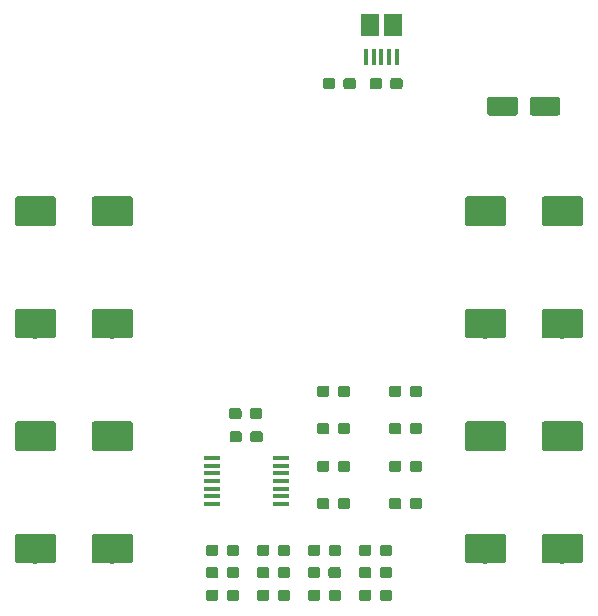
<source format=gtp>
G04 #@! TF.GenerationSoftware,KiCad,Pcbnew,(5.1.0)-1*
G04 #@! TF.CreationDate,2019-04-04T01:13:04-04:00*
G04 #@! TF.ProjectId,SCART Splitter,53434152-5420-4537-906c-69747465722e,rev?*
G04 #@! TF.SameCoordinates,Original*
G04 #@! TF.FileFunction,Paste,Top*
G04 #@! TF.FilePolarity,Positive*
%FSLAX46Y46*%
G04 Gerber Fmt 4.6, Leading zero omitted, Abs format (unit mm)*
G04 Created by KiCad (PCBNEW (5.1.0)-1) date 2019-04-04 01:13:04*
%MOMM*%
%LPD*%
G04 APERTURE LIST*
%ADD10R,1.450000X0.450000*%
%ADD11C,0.100000*%
%ADD12C,0.950000*%
%ADD13C,1.600000*%
%ADD14C,2.500000*%
%ADD15R,1.500000X1.900000*%
%ADD16R,0.400000X1.350000*%
G04 APERTURE END LIST*
D10*
X107540000Y-104730000D03*
X107540000Y-105380000D03*
X107540000Y-106030000D03*
X107540000Y-106680000D03*
X107540000Y-107330000D03*
X107540000Y-107980000D03*
X107540000Y-108630000D03*
X113440000Y-108630000D03*
X113440000Y-107980000D03*
X113440000Y-107330000D03*
X113440000Y-106680000D03*
X113440000Y-106030000D03*
X113440000Y-105380000D03*
X113440000Y-104730000D03*
D11*
G36*
X117785779Y-72551144D02*
G01*
X117808834Y-72554563D01*
X117831443Y-72560227D01*
X117853387Y-72568079D01*
X117874457Y-72578044D01*
X117894448Y-72590026D01*
X117913168Y-72603910D01*
X117930438Y-72619562D01*
X117946090Y-72636832D01*
X117959974Y-72655552D01*
X117971956Y-72675543D01*
X117981921Y-72696613D01*
X117989773Y-72718557D01*
X117995437Y-72741166D01*
X117998856Y-72764221D01*
X118000000Y-72787500D01*
X118000000Y-73262500D01*
X117998856Y-73285779D01*
X117995437Y-73308834D01*
X117989773Y-73331443D01*
X117981921Y-73353387D01*
X117971956Y-73374457D01*
X117959974Y-73394448D01*
X117946090Y-73413168D01*
X117930438Y-73430438D01*
X117913168Y-73446090D01*
X117894448Y-73459974D01*
X117874457Y-73471956D01*
X117853387Y-73481921D01*
X117831443Y-73489773D01*
X117808834Y-73495437D01*
X117785779Y-73498856D01*
X117762500Y-73500000D01*
X117187500Y-73500000D01*
X117164221Y-73498856D01*
X117141166Y-73495437D01*
X117118557Y-73489773D01*
X117096613Y-73481921D01*
X117075543Y-73471956D01*
X117055552Y-73459974D01*
X117036832Y-73446090D01*
X117019562Y-73430438D01*
X117003910Y-73413168D01*
X116990026Y-73394448D01*
X116978044Y-73374457D01*
X116968079Y-73353387D01*
X116960227Y-73331443D01*
X116954563Y-73308834D01*
X116951144Y-73285779D01*
X116950000Y-73262500D01*
X116950000Y-72787500D01*
X116951144Y-72764221D01*
X116954563Y-72741166D01*
X116960227Y-72718557D01*
X116968079Y-72696613D01*
X116978044Y-72675543D01*
X116990026Y-72655552D01*
X117003910Y-72636832D01*
X117019562Y-72619562D01*
X117036832Y-72603910D01*
X117055552Y-72590026D01*
X117075543Y-72578044D01*
X117096613Y-72568079D01*
X117118557Y-72560227D01*
X117141166Y-72554563D01*
X117164221Y-72551144D01*
X117187500Y-72550000D01*
X117762500Y-72550000D01*
X117785779Y-72551144D01*
X117785779Y-72551144D01*
G37*
D12*
X117475000Y-73025000D03*
D11*
G36*
X119535779Y-72551144D02*
G01*
X119558834Y-72554563D01*
X119581443Y-72560227D01*
X119603387Y-72568079D01*
X119624457Y-72578044D01*
X119644448Y-72590026D01*
X119663168Y-72603910D01*
X119680438Y-72619562D01*
X119696090Y-72636832D01*
X119709974Y-72655552D01*
X119721956Y-72675543D01*
X119731921Y-72696613D01*
X119739773Y-72718557D01*
X119745437Y-72741166D01*
X119748856Y-72764221D01*
X119750000Y-72787500D01*
X119750000Y-73262500D01*
X119748856Y-73285779D01*
X119745437Y-73308834D01*
X119739773Y-73331443D01*
X119731921Y-73353387D01*
X119721956Y-73374457D01*
X119709974Y-73394448D01*
X119696090Y-73413168D01*
X119680438Y-73430438D01*
X119663168Y-73446090D01*
X119644448Y-73459974D01*
X119624457Y-73471956D01*
X119603387Y-73481921D01*
X119581443Y-73489773D01*
X119558834Y-73495437D01*
X119535779Y-73498856D01*
X119512500Y-73500000D01*
X118937500Y-73500000D01*
X118914221Y-73498856D01*
X118891166Y-73495437D01*
X118868557Y-73489773D01*
X118846613Y-73481921D01*
X118825543Y-73471956D01*
X118805552Y-73459974D01*
X118786832Y-73446090D01*
X118769562Y-73430438D01*
X118753910Y-73413168D01*
X118740026Y-73394448D01*
X118728044Y-73374457D01*
X118718079Y-73353387D01*
X118710227Y-73331443D01*
X118704563Y-73308834D01*
X118701144Y-73285779D01*
X118700000Y-73262500D01*
X118700000Y-72787500D01*
X118701144Y-72764221D01*
X118704563Y-72741166D01*
X118710227Y-72718557D01*
X118718079Y-72696613D01*
X118728044Y-72675543D01*
X118740026Y-72655552D01*
X118753910Y-72636832D01*
X118769562Y-72619562D01*
X118786832Y-72603910D01*
X118805552Y-72590026D01*
X118825543Y-72578044D01*
X118846613Y-72568079D01*
X118868557Y-72560227D01*
X118891166Y-72554563D01*
X118914221Y-72551144D01*
X118937500Y-72550000D01*
X119512500Y-72550000D01*
X119535779Y-72551144D01*
X119535779Y-72551144D01*
G37*
D12*
X119225000Y-73025000D03*
D11*
G36*
X111661779Y-102459644D02*
G01*
X111684834Y-102463063D01*
X111707443Y-102468727D01*
X111729387Y-102476579D01*
X111750457Y-102486544D01*
X111770448Y-102498526D01*
X111789168Y-102512410D01*
X111806438Y-102528062D01*
X111822090Y-102545332D01*
X111835974Y-102564052D01*
X111847956Y-102584043D01*
X111857921Y-102605113D01*
X111865773Y-102627057D01*
X111871437Y-102649666D01*
X111874856Y-102672721D01*
X111876000Y-102696000D01*
X111876000Y-103171000D01*
X111874856Y-103194279D01*
X111871437Y-103217334D01*
X111865773Y-103239943D01*
X111857921Y-103261887D01*
X111847956Y-103282957D01*
X111835974Y-103302948D01*
X111822090Y-103321668D01*
X111806438Y-103338938D01*
X111789168Y-103354590D01*
X111770448Y-103368474D01*
X111750457Y-103380456D01*
X111729387Y-103390421D01*
X111707443Y-103398273D01*
X111684834Y-103403937D01*
X111661779Y-103407356D01*
X111638500Y-103408500D01*
X111063500Y-103408500D01*
X111040221Y-103407356D01*
X111017166Y-103403937D01*
X110994557Y-103398273D01*
X110972613Y-103390421D01*
X110951543Y-103380456D01*
X110931552Y-103368474D01*
X110912832Y-103354590D01*
X110895562Y-103338938D01*
X110879910Y-103321668D01*
X110866026Y-103302948D01*
X110854044Y-103282957D01*
X110844079Y-103261887D01*
X110836227Y-103239943D01*
X110830563Y-103217334D01*
X110827144Y-103194279D01*
X110826000Y-103171000D01*
X110826000Y-102696000D01*
X110827144Y-102672721D01*
X110830563Y-102649666D01*
X110836227Y-102627057D01*
X110844079Y-102605113D01*
X110854044Y-102584043D01*
X110866026Y-102564052D01*
X110879910Y-102545332D01*
X110895562Y-102528062D01*
X110912832Y-102512410D01*
X110931552Y-102498526D01*
X110951543Y-102486544D01*
X110972613Y-102476579D01*
X110994557Y-102468727D01*
X111017166Y-102463063D01*
X111040221Y-102459644D01*
X111063500Y-102458500D01*
X111638500Y-102458500D01*
X111661779Y-102459644D01*
X111661779Y-102459644D01*
G37*
D12*
X111351000Y-102933500D03*
D11*
G36*
X109911779Y-102459644D02*
G01*
X109934834Y-102463063D01*
X109957443Y-102468727D01*
X109979387Y-102476579D01*
X110000457Y-102486544D01*
X110020448Y-102498526D01*
X110039168Y-102512410D01*
X110056438Y-102528062D01*
X110072090Y-102545332D01*
X110085974Y-102564052D01*
X110097956Y-102584043D01*
X110107921Y-102605113D01*
X110115773Y-102627057D01*
X110121437Y-102649666D01*
X110124856Y-102672721D01*
X110126000Y-102696000D01*
X110126000Y-103171000D01*
X110124856Y-103194279D01*
X110121437Y-103217334D01*
X110115773Y-103239943D01*
X110107921Y-103261887D01*
X110097956Y-103282957D01*
X110085974Y-103302948D01*
X110072090Y-103321668D01*
X110056438Y-103338938D01*
X110039168Y-103354590D01*
X110020448Y-103368474D01*
X110000457Y-103380456D01*
X109979387Y-103390421D01*
X109957443Y-103398273D01*
X109934834Y-103403937D01*
X109911779Y-103407356D01*
X109888500Y-103408500D01*
X109313500Y-103408500D01*
X109290221Y-103407356D01*
X109267166Y-103403937D01*
X109244557Y-103398273D01*
X109222613Y-103390421D01*
X109201543Y-103380456D01*
X109181552Y-103368474D01*
X109162832Y-103354590D01*
X109145562Y-103338938D01*
X109129910Y-103321668D01*
X109116026Y-103302948D01*
X109104044Y-103282957D01*
X109094079Y-103261887D01*
X109086227Y-103239943D01*
X109080563Y-103217334D01*
X109077144Y-103194279D01*
X109076000Y-103171000D01*
X109076000Y-102696000D01*
X109077144Y-102672721D01*
X109080563Y-102649666D01*
X109086227Y-102627057D01*
X109094079Y-102605113D01*
X109104044Y-102584043D01*
X109116026Y-102564052D01*
X109129910Y-102545332D01*
X109145562Y-102528062D01*
X109162832Y-102512410D01*
X109181552Y-102498526D01*
X109201543Y-102486544D01*
X109222613Y-102476579D01*
X109244557Y-102468727D01*
X109267166Y-102463063D01*
X109290221Y-102459644D01*
X109313500Y-102458500D01*
X109888500Y-102458500D01*
X109911779Y-102459644D01*
X109911779Y-102459644D01*
G37*
D12*
X109601000Y-102933500D03*
D11*
G36*
X133259504Y-74131204D02*
G01*
X133283773Y-74134804D01*
X133307571Y-74140765D01*
X133330671Y-74149030D01*
X133352849Y-74159520D01*
X133373893Y-74172133D01*
X133393598Y-74186747D01*
X133411777Y-74203223D01*
X133428253Y-74221402D01*
X133442867Y-74241107D01*
X133455480Y-74262151D01*
X133465970Y-74284329D01*
X133474235Y-74307429D01*
X133480196Y-74331227D01*
X133483796Y-74355496D01*
X133485000Y-74380000D01*
X133485000Y-75480000D01*
X133483796Y-75504504D01*
X133480196Y-75528773D01*
X133474235Y-75552571D01*
X133465970Y-75575671D01*
X133455480Y-75597849D01*
X133442867Y-75618893D01*
X133428253Y-75638598D01*
X133411777Y-75656777D01*
X133393598Y-75673253D01*
X133373893Y-75687867D01*
X133352849Y-75700480D01*
X133330671Y-75710970D01*
X133307571Y-75719235D01*
X133283773Y-75725196D01*
X133259504Y-75728796D01*
X133235000Y-75730000D01*
X131135000Y-75730000D01*
X131110496Y-75728796D01*
X131086227Y-75725196D01*
X131062429Y-75719235D01*
X131039329Y-75710970D01*
X131017151Y-75700480D01*
X130996107Y-75687867D01*
X130976402Y-75673253D01*
X130958223Y-75656777D01*
X130941747Y-75638598D01*
X130927133Y-75618893D01*
X130914520Y-75597849D01*
X130904030Y-75575671D01*
X130895765Y-75552571D01*
X130889804Y-75528773D01*
X130886204Y-75504504D01*
X130885000Y-75480000D01*
X130885000Y-74380000D01*
X130886204Y-74355496D01*
X130889804Y-74331227D01*
X130895765Y-74307429D01*
X130904030Y-74284329D01*
X130914520Y-74262151D01*
X130927133Y-74241107D01*
X130941747Y-74221402D01*
X130958223Y-74203223D01*
X130976402Y-74186747D01*
X130996107Y-74172133D01*
X131017151Y-74159520D01*
X131039329Y-74149030D01*
X131062429Y-74140765D01*
X131086227Y-74134804D01*
X131110496Y-74131204D01*
X131135000Y-74130000D01*
X133235000Y-74130000D01*
X133259504Y-74131204D01*
X133259504Y-74131204D01*
G37*
D13*
X132185000Y-74930000D03*
D11*
G36*
X136859504Y-74131204D02*
G01*
X136883773Y-74134804D01*
X136907571Y-74140765D01*
X136930671Y-74149030D01*
X136952849Y-74159520D01*
X136973893Y-74172133D01*
X136993598Y-74186747D01*
X137011777Y-74203223D01*
X137028253Y-74221402D01*
X137042867Y-74241107D01*
X137055480Y-74262151D01*
X137065970Y-74284329D01*
X137074235Y-74307429D01*
X137080196Y-74331227D01*
X137083796Y-74355496D01*
X137085000Y-74380000D01*
X137085000Y-75480000D01*
X137083796Y-75504504D01*
X137080196Y-75528773D01*
X137074235Y-75552571D01*
X137065970Y-75575671D01*
X137055480Y-75597849D01*
X137042867Y-75618893D01*
X137028253Y-75638598D01*
X137011777Y-75656777D01*
X136993598Y-75673253D01*
X136973893Y-75687867D01*
X136952849Y-75700480D01*
X136930671Y-75710970D01*
X136907571Y-75719235D01*
X136883773Y-75725196D01*
X136859504Y-75728796D01*
X136835000Y-75730000D01*
X134735000Y-75730000D01*
X134710496Y-75728796D01*
X134686227Y-75725196D01*
X134662429Y-75719235D01*
X134639329Y-75710970D01*
X134617151Y-75700480D01*
X134596107Y-75687867D01*
X134576402Y-75673253D01*
X134558223Y-75656777D01*
X134541747Y-75638598D01*
X134527133Y-75618893D01*
X134514520Y-75597849D01*
X134504030Y-75575671D01*
X134495765Y-75552571D01*
X134489804Y-75528773D01*
X134486204Y-75504504D01*
X134485000Y-75480000D01*
X134485000Y-74380000D01*
X134486204Y-74355496D01*
X134489804Y-74331227D01*
X134495765Y-74307429D01*
X134504030Y-74284329D01*
X134514520Y-74262151D01*
X134527133Y-74241107D01*
X134541747Y-74221402D01*
X134558223Y-74203223D01*
X134576402Y-74186747D01*
X134596107Y-74172133D01*
X134617151Y-74159520D01*
X134639329Y-74149030D01*
X134662429Y-74140765D01*
X134686227Y-74134804D01*
X134710496Y-74131204D01*
X134735000Y-74130000D01*
X136835000Y-74130000D01*
X136859504Y-74131204D01*
X136859504Y-74131204D01*
G37*
D13*
X135785000Y-74930000D03*
D11*
G36*
X107907779Y-115858144D02*
G01*
X107930834Y-115861563D01*
X107953443Y-115867227D01*
X107975387Y-115875079D01*
X107996457Y-115885044D01*
X108016448Y-115897026D01*
X108035168Y-115910910D01*
X108052438Y-115926562D01*
X108068090Y-115943832D01*
X108081974Y-115962552D01*
X108093956Y-115982543D01*
X108103921Y-116003613D01*
X108111773Y-116025557D01*
X108117437Y-116048166D01*
X108120856Y-116071221D01*
X108122000Y-116094500D01*
X108122000Y-116569500D01*
X108120856Y-116592779D01*
X108117437Y-116615834D01*
X108111773Y-116638443D01*
X108103921Y-116660387D01*
X108093956Y-116681457D01*
X108081974Y-116701448D01*
X108068090Y-116720168D01*
X108052438Y-116737438D01*
X108035168Y-116753090D01*
X108016448Y-116766974D01*
X107996457Y-116778956D01*
X107975387Y-116788921D01*
X107953443Y-116796773D01*
X107930834Y-116802437D01*
X107907779Y-116805856D01*
X107884500Y-116807000D01*
X107309500Y-116807000D01*
X107286221Y-116805856D01*
X107263166Y-116802437D01*
X107240557Y-116796773D01*
X107218613Y-116788921D01*
X107197543Y-116778956D01*
X107177552Y-116766974D01*
X107158832Y-116753090D01*
X107141562Y-116737438D01*
X107125910Y-116720168D01*
X107112026Y-116701448D01*
X107100044Y-116681457D01*
X107090079Y-116660387D01*
X107082227Y-116638443D01*
X107076563Y-116615834D01*
X107073144Y-116592779D01*
X107072000Y-116569500D01*
X107072000Y-116094500D01*
X107073144Y-116071221D01*
X107076563Y-116048166D01*
X107082227Y-116025557D01*
X107090079Y-116003613D01*
X107100044Y-115982543D01*
X107112026Y-115962552D01*
X107125910Y-115943832D01*
X107141562Y-115926562D01*
X107158832Y-115910910D01*
X107177552Y-115897026D01*
X107197543Y-115885044D01*
X107218613Y-115875079D01*
X107240557Y-115867227D01*
X107263166Y-115861563D01*
X107286221Y-115858144D01*
X107309500Y-115857000D01*
X107884500Y-115857000D01*
X107907779Y-115858144D01*
X107907779Y-115858144D01*
G37*
D12*
X107597000Y-116332000D03*
D11*
G36*
X109657779Y-115858144D02*
G01*
X109680834Y-115861563D01*
X109703443Y-115867227D01*
X109725387Y-115875079D01*
X109746457Y-115885044D01*
X109766448Y-115897026D01*
X109785168Y-115910910D01*
X109802438Y-115926562D01*
X109818090Y-115943832D01*
X109831974Y-115962552D01*
X109843956Y-115982543D01*
X109853921Y-116003613D01*
X109861773Y-116025557D01*
X109867437Y-116048166D01*
X109870856Y-116071221D01*
X109872000Y-116094500D01*
X109872000Y-116569500D01*
X109870856Y-116592779D01*
X109867437Y-116615834D01*
X109861773Y-116638443D01*
X109853921Y-116660387D01*
X109843956Y-116681457D01*
X109831974Y-116701448D01*
X109818090Y-116720168D01*
X109802438Y-116737438D01*
X109785168Y-116753090D01*
X109766448Y-116766974D01*
X109746457Y-116778956D01*
X109725387Y-116788921D01*
X109703443Y-116796773D01*
X109680834Y-116802437D01*
X109657779Y-116805856D01*
X109634500Y-116807000D01*
X109059500Y-116807000D01*
X109036221Y-116805856D01*
X109013166Y-116802437D01*
X108990557Y-116796773D01*
X108968613Y-116788921D01*
X108947543Y-116778956D01*
X108927552Y-116766974D01*
X108908832Y-116753090D01*
X108891562Y-116737438D01*
X108875910Y-116720168D01*
X108862026Y-116701448D01*
X108850044Y-116681457D01*
X108840079Y-116660387D01*
X108832227Y-116638443D01*
X108826563Y-116615834D01*
X108823144Y-116592779D01*
X108822000Y-116569500D01*
X108822000Y-116094500D01*
X108823144Y-116071221D01*
X108826563Y-116048166D01*
X108832227Y-116025557D01*
X108840079Y-116003613D01*
X108850044Y-115982543D01*
X108862026Y-115962552D01*
X108875910Y-115943832D01*
X108891562Y-115926562D01*
X108908832Y-115910910D01*
X108927552Y-115897026D01*
X108947543Y-115885044D01*
X108968613Y-115875079D01*
X108990557Y-115867227D01*
X109013166Y-115861563D01*
X109036221Y-115858144D01*
X109059500Y-115857000D01*
X109634500Y-115857000D01*
X109657779Y-115858144D01*
X109657779Y-115858144D01*
G37*
D12*
X109347000Y-116332000D03*
D11*
G36*
X113975779Y-115858144D02*
G01*
X113998834Y-115861563D01*
X114021443Y-115867227D01*
X114043387Y-115875079D01*
X114064457Y-115885044D01*
X114084448Y-115897026D01*
X114103168Y-115910910D01*
X114120438Y-115926562D01*
X114136090Y-115943832D01*
X114149974Y-115962552D01*
X114161956Y-115982543D01*
X114171921Y-116003613D01*
X114179773Y-116025557D01*
X114185437Y-116048166D01*
X114188856Y-116071221D01*
X114190000Y-116094500D01*
X114190000Y-116569500D01*
X114188856Y-116592779D01*
X114185437Y-116615834D01*
X114179773Y-116638443D01*
X114171921Y-116660387D01*
X114161956Y-116681457D01*
X114149974Y-116701448D01*
X114136090Y-116720168D01*
X114120438Y-116737438D01*
X114103168Y-116753090D01*
X114084448Y-116766974D01*
X114064457Y-116778956D01*
X114043387Y-116788921D01*
X114021443Y-116796773D01*
X113998834Y-116802437D01*
X113975779Y-116805856D01*
X113952500Y-116807000D01*
X113377500Y-116807000D01*
X113354221Y-116805856D01*
X113331166Y-116802437D01*
X113308557Y-116796773D01*
X113286613Y-116788921D01*
X113265543Y-116778956D01*
X113245552Y-116766974D01*
X113226832Y-116753090D01*
X113209562Y-116737438D01*
X113193910Y-116720168D01*
X113180026Y-116701448D01*
X113168044Y-116681457D01*
X113158079Y-116660387D01*
X113150227Y-116638443D01*
X113144563Y-116615834D01*
X113141144Y-116592779D01*
X113140000Y-116569500D01*
X113140000Y-116094500D01*
X113141144Y-116071221D01*
X113144563Y-116048166D01*
X113150227Y-116025557D01*
X113158079Y-116003613D01*
X113168044Y-115982543D01*
X113180026Y-115962552D01*
X113193910Y-115943832D01*
X113209562Y-115926562D01*
X113226832Y-115910910D01*
X113245552Y-115897026D01*
X113265543Y-115885044D01*
X113286613Y-115875079D01*
X113308557Y-115867227D01*
X113331166Y-115861563D01*
X113354221Y-115858144D01*
X113377500Y-115857000D01*
X113952500Y-115857000D01*
X113975779Y-115858144D01*
X113975779Y-115858144D01*
G37*
D12*
X113665000Y-116332000D03*
D11*
G36*
X112225779Y-115858144D02*
G01*
X112248834Y-115861563D01*
X112271443Y-115867227D01*
X112293387Y-115875079D01*
X112314457Y-115885044D01*
X112334448Y-115897026D01*
X112353168Y-115910910D01*
X112370438Y-115926562D01*
X112386090Y-115943832D01*
X112399974Y-115962552D01*
X112411956Y-115982543D01*
X112421921Y-116003613D01*
X112429773Y-116025557D01*
X112435437Y-116048166D01*
X112438856Y-116071221D01*
X112440000Y-116094500D01*
X112440000Y-116569500D01*
X112438856Y-116592779D01*
X112435437Y-116615834D01*
X112429773Y-116638443D01*
X112421921Y-116660387D01*
X112411956Y-116681457D01*
X112399974Y-116701448D01*
X112386090Y-116720168D01*
X112370438Y-116737438D01*
X112353168Y-116753090D01*
X112334448Y-116766974D01*
X112314457Y-116778956D01*
X112293387Y-116788921D01*
X112271443Y-116796773D01*
X112248834Y-116802437D01*
X112225779Y-116805856D01*
X112202500Y-116807000D01*
X111627500Y-116807000D01*
X111604221Y-116805856D01*
X111581166Y-116802437D01*
X111558557Y-116796773D01*
X111536613Y-116788921D01*
X111515543Y-116778956D01*
X111495552Y-116766974D01*
X111476832Y-116753090D01*
X111459562Y-116737438D01*
X111443910Y-116720168D01*
X111430026Y-116701448D01*
X111418044Y-116681457D01*
X111408079Y-116660387D01*
X111400227Y-116638443D01*
X111394563Y-116615834D01*
X111391144Y-116592779D01*
X111390000Y-116569500D01*
X111390000Y-116094500D01*
X111391144Y-116071221D01*
X111394563Y-116048166D01*
X111400227Y-116025557D01*
X111408079Y-116003613D01*
X111418044Y-115982543D01*
X111430026Y-115962552D01*
X111443910Y-115943832D01*
X111459562Y-115926562D01*
X111476832Y-115910910D01*
X111495552Y-115897026D01*
X111515543Y-115885044D01*
X111536613Y-115875079D01*
X111558557Y-115867227D01*
X111581166Y-115861563D01*
X111604221Y-115858144D01*
X111627500Y-115857000D01*
X112202500Y-115857000D01*
X112225779Y-115858144D01*
X112225779Y-115858144D01*
G37*
D12*
X111915000Y-116332000D03*
D11*
G36*
X116543779Y-115858144D02*
G01*
X116566834Y-115861563D01*
X116589443Y-115867227D01*
X116611387Y-115875079D01*
X116632457Y-115885044D01*
X116652448Y-115897026D01*
X116671168Y-115910910D01*
X116688438Y-115926562D01*
X116704090Y-115943832D01*
X116717974Y-115962552D01*
X116729956Y-115982543D01*
X116739921Y-116003613D01*
X116747773Y-116025557D01*
X116753437Y-116048166D01*
X116756856Y-116071221D01*
X116758000Y-116094500D01*
X116758000Y-116569500D01*
X116756856Y-116592779D01*
X116753437Y-116615834D01*
X116747773Y-116638443D01*
X116739921Y-116660387D01*
X116729956Y-116681457D01*
X116717974Y-116701448D01*
X116704090Y-116720168D01*
X116688438Y-116737438D01*
X116671168Y-116753090D01*
X116652448Y-116766974D01*
X116632457Y-116778956D01*
X116611387Y-116788921D01*
X116589443Y-116796773D01*
X116566834Y-116802437D01*
X116543779Y-116805856D01*
X116520500Y-116807000D01*
X115945500Y-116807000D01*
X115922221Y-116805856D01*
X115899166Y-116802437D01*
X115876557Y-116796773D01*
X115854613Y-116788921D01*
X115833543Y-116778956D01*
X115813552Y-116766974D01*
X115794832Y-116753090D01*
X115777562Y-116737438D01*
X115761910Y-116720168D01*
X115748026Y-116701448D01*
X115736044Y-116681457D01*
X115726079Y-116660387D01*
X115718227Y-116638443D01*
X115712563Y-116615834D01*
X115709144Y-116592779D01*
X115708000Y-116569500D01*
X115708000Y-116094500D01*
X115709144Y-116071221D01*
X115712563Y-116048166D01*
X115718227Y-116025557D01*
X115726079Y-116003613D01*
X115736044Y-115982543D01*
X115748026Y-115962552D01*
X115761910Y-115943832D01*
X115777562Y-115926562D01*
X115794832Y-115910910D01*
X115813552Y-115897026D01*
X115833543Y-115885044D01*
X115854613Y-115875079D01*
X115876557Y-115867227D01*
X115899166Y-115861563D01*
X115922221Y-115858144D01*
X115945500Y-115857000D01*
X116520500Y-115857000D01*
X116543779Y-115858144D01*
X116543779Y-115858144D01*
G37*
D12*
X116233000Y-116332000D03*
D11*
G36*
X118293779Y-115858144D02*
G01*
X118316834Y-115861563D01*
X118339443Y-115867227D01*
X118361387Y-115875079D01*
X118382457Y-115885044D01*
X118402448Y-115897026D01*
X118421168Y-115910910D01*
X118438438Y-115926562D01*
X118454090Y-115943832D01*
X118467974Y-115962552D01*
X118479956Y-115982543D01*
X118489921Y-116003613D01*
X118497773Y-116025557D01*
X118503437Y-116048166D01*
X118506856Y-116071221D01*
X118508000Y-116094500D01*
X118508000Y-116569500D01*
X118506856Y-116592779D01*
X118503437Y-116615834D01*
X118497773Y-116638443D01*
X118489921Y-116660387D01*
X118479956Y-116681457D01*
X118467974Y-116701448D01*
X118454090Y-116720168D01*
X118438438Y-116737438D01*
X118421168Y-116753090D01*
X118402448Y-116766974D01*
X118382457Y-116778956D01*
X118361387Y-116788921D01*
X118339443Y-116796773D01*
X118316834Y-116802437D01*
X118293779Y-116805856D01*
X118270500Y-116807000D01*
X117695500Y-116807000D01*
X117672221Y-116805856D01*
X117649166Y-116802437D01*
X117626557Y-116796773D01*
X117604613Y-116788921D01*
X117583543Y-116778956D01*
X117563552Y-116766974D01*
X117544832Y-116753090D01*
X117527562Y-116737438D01*
X117511910Y-116720168D01*
X117498026Y-116701448D01*
X117486044Y-116681457D01*
X117476079Y-116660387D01*
X117468227Y-116638443D01*
X117462563Y-116615834D01*
X117459144Y-116592779D01*
X117458000Y-116569500D01*
X117458000Y-116094500D01*
X117459144Y-116071221D01*
X117462563Y-116048166D01*
X117468227Y-116025557D01*
X117476079Y-116003613D01*
X117486044Y-115982543D01*
X117498026Y-115962552D01*
X117511910Y-115943832D01*
X117527562Y-115926562D01*
X117544832Y-115910910D01*
X117563552Y-115897026D01*
X117583543Y-115885044D01*
X117604613Y-115875079D01*
X117626557Y-115867227D01*
X117649166Y-115861563D01*
X117672221Y-115858144D01*
X117695500Y-115857000D01*
X118270500Y-115857000D01*
X118293779Y-115858144D01*
X118293779Y-115858144D01*
G37*
D12*
X117983000Y-116332000D03*
D11*
G36*
X122611779Y-115858144D02*
G01*
X122634834Y-115861563D01*
X122657443Y-115867227D01*
X122679387Y-115875079D01*
X122700457Y-115885044D01*
X122720448Y-115897026D01*
X122739168Y-115910910D01*
X122756438Y-115926562D01*
X122772090Y-115943832D01*
X122785974Y-115962552D01*
X122797956Y-115982543D01*
X122807921Y-116003613D01*
X122815773Y-116025557D01*
X122821437Y-116048166D01*
X122824856Y-116071221D01*
X122826000Y-116094500D01*
X122826000Y-116569500D01*
X122824856Y-116592779D01*
X122821437Y-116615834D01*
X122815773Y-116638443D01*
X122807921Y-116660387D01*
X122797956Y-116681457D01*
X122785974Y-116701448D01*
X122772090Y-116720168D01*
X122756438Y-116737438D01*
X122739168Y-116753090D01*
X122720448Y-116766974D01*
X122700457Y-116778956D01*
X122679387Y-116788921D01*
X122657443Y-116796773D01*
X122634834Y-116802437D01*
X122611779Y-116805856D01*
X122588500Y-116807000D01*
X122013500Y-116807000D01*
X121990221Y-116805856D01*
X121967166Y-116802437D01*
X121944557Y-116796773D01*
X121922613Y-116788921D01*
X121901543Y-116778956D01*
X121881552Y-116766974D01*
X121862832Y-116753090D01*
X121845562Y-116737438D01*
X121829910Y-116720168D01*
X121816026Y-116701448D01*
X121804044Y-116681457D01*
X121794079Y-116660387D01*
X121786227Y-116638443D01*
X121780563Y-116615834D01*
X121777144Y-116592779D01*
X121776000Y-116569500D01*
X121776000Y-116094500D01*
X121777144Y-116071221D01*
X121780563Y-116048166D01*
X121786227Y-116025557D01*
X121794079Y-116003613D01*
X121804044Y-115982543D01*
X121816026Y-115962552D01*
X121829910Y-115943832D01*
X121845562Y-115926562D01*
X121862832Y-115910910D01*
X121881552Y-115897026D01*
X121901543Y-115885044D01*
X121922613Y-115875079D01*
X121944557Y-115867227D01*
X121967166Y-115861563D01*
X121990221Y-115858144D01*
X122013500Y-115857000D01*
X122588500Y-115857000D01*
X122611779Y-115858144D01*
X122611779Y-115858144D01*
G37*
D12*
X122301000Y-116332000D03*
D11*
G36*
X120861779Y-115858144D02*
G01*
X120884834Y-115861563D01*
X120907443Y-115867227D01*
X120929387Y-115875079D01*
X120950457Y-115885044D01*
X120970448Y-115897026D01*
X120989168Y-115910910D01*
X121006438Y-115926562D01*
X121022090Y-115943832D01*
X121035974Y-115962552D01*
X121047956Y-115982543D01*
X121057921Y-116003613D01*
X121065773Y-116025557D01*
X121071437Y-116048166D01*
X121074856Y-116071221D01*
X121076000Y-116094500D01*
X121076000Y-116569500D01*
X121074856Y-116592779D01*
X121071437Y-116615834D01*
X121065773Y-116638443D01*
X121057921Y-116660387D01*
X121047956Y-116681457D01*
X121035974Y-116701448D01*
X121022090Y-116720168D01*
X121006438Y-116737438D01*
X120989168Y-116753090D01*
X120970448Y-116766974D01*
X120950457Y-116778956D01*
X120929387Y-116788921D01*
X120907443Y-116796773D01*
X120884834Y-116802437D01*
X120861779Y-116805856D01*
X120838500Y-116807000D01*
X120263500Y-116807000D01*
X120240221Y-116805856D01*
X120217166Y-116802437D01*
X120194557Y-116796773D01*
X120172613Y-116788921D01*
X120151543Y-116778956D01*
X120131552Y-116766974D01*
X120112832Y-116753090D01*
X120095562Y-116737438D01*
X120079910Y-116720168D01*
X120066026Y-116701448D01*
X120054044Y-116681457D01*
X120044079Y-116660387D01*
X120036227Y-116638443D01*
X120030563Y-116615834D01*
X120027144Y-116592779D01*
X120026000Y-116569500D01*
X120026000Y-116094500D01*
X120027144Y-116071221D01*
X120030563Y-116048166D01*
X120036227Y-116025557D01*
X120044079Y-116003613D01*
X120054044Y-115982543D01*
X120066026Y-115962552D01*
X120079910Y-115943832D01*
X120095562Y-115926562D01*
X120112832Y-115910910D01*
X120131552Y-115897026D01*
X120151543Y-115885044D01*
X120172613Y-115875079D01*
X120194557Y-115867227D01*
X120217166Y-115861563D01*
X120240221Y-115858144D01*
X120263500Y-115857000D01*
X120838500Y-115857000D01*
X120861779Y-115858144D01*
X120861779Y-115858144D01*
G37*
D12*
X120551000Y-116332000D03*
D11*
G36*
X94159504Y-82571204D02*
G01*
X94183773Y-82574804D01*
X94207571Y-82580765D01*
X94230671Y-82589030D01*
X94252849Y-82599520D01*
X94273893Y-82612133D01*
X94293598Y-82626747D01*
X94311777Y-82643223D01*
X94328253Y-82661402D01*
X94342867Y-82681107D01*
X94355480Y-82702151D01*
X94365970Y-82724329D01*
X94374235Y-82747429D01*
X94380196Y-82771227D01*
X94383796Y-82795496D01*
X94385000Y-82820000D01*
X94385000Y-84820000D01*
X94383796Y-84844504D01*
X94380196Y-84868773D01*
X94374235Y-84892571D01*
X94365970Y-84915671D01*
X94355480Y-84937849D01*
X94342867Y-84958893D01*
X94328253Y-84978598D01*
X94311777Y-84996777D01*
X94293598Y-85013253D01*
X94273893Y-85027867D01*
X94252849Y-85040480D01*
X94230671Y-85050970D01*
X94207571Y-85059235D01*
X94183773Y-85065196D01*
X94159504Y-85068796D01*
X94135000Y-85070000D01*
X91135000Y-85070000D01*
X91110496Y-85068796D01*
X91086227Y-85065196D01*
X91062429Y-85059235D01*
X91039329Y-85050970D01*
X91017151Y-85040480D01*
X90996107Y-85027867D01*
X90976402Y-85013253D01*
X90958223Y-84996777D01*
X90941747Y-84978598D01*
X90927133Y-84958893D01*
X90914520Y-84937849D01*
X90904030Y-84915671D01*
X90895765Y-84892571D01*
X90889804Y-84868773D01*
X90886204Y-84844504D01*
X90885000Y-84820000D01*
X90885000Y-82820000D01*
X90886204Y-82795496D01*
X90889804Y-82771227D01*
X90895765Y-82747429D01*
X90904030Y-82724329D01*
X90914520Y-82702151D01*
X90927133Y-82681107D01*
X90941747Y-82661402D01*
X90958223Y-82643223D01*
X90976402Y-82626747D01*
X90996107Y-82612133D01*
X91017151Y-82599520D01*
X91039329Y-82589030D01*
X91062429Y-82580765D01*
X91086227Y-82574804D01*
X91110496Y-82571204D01*
X91135000Y-82570000D01*
X94135000Y-82570000D01*
X94159504Y-82571204D01*
X94159504Y-82571204D01*
G37*
D14*
X92635000Y-83820000D03*
D11*
G36*
X100659504Y-82571204D02*
G01*
X100683773Y-82574804D01*
X100707571Y-82580765D01*
X100730671Y-82589030D01*
X100752849Y-82599520D01*
X100773893Y-82612133D01*
X100793598Y-82626747D01*
X100811777Y-82643223D01*
X100828253Y-82661402D01*
X100842867Y-82681107D01*
X100855480Y-82702151D01*
X100865970Y-82724329D01*
X100874235Y-82747429D01*
X100880196Y-82771227D01*
X100883796Y-82795496D01*
X100885000Y-82820000D01*
X100885000Y-84820000D01*
X100883796Y-84844504D01*
X100880196Y-84868773D01*
X100874235Y-84892571D01*
X100865970Y-84915671D01*
X100855480Y-84937849D01*
X100842867Y-84958893D01*
X100828253Y-84978598D01*
X100811777Y-84996777D01*
X100793598Y-85013253D01*
X100773893Y-85027867D01*
X100752849Y-85040480D01*
X100730671Y-85050970D01*
X100707571Y-85059235D01*
X100683773Y-85065196D01*
X100659504Y-85068796D01*
X100635000Y-85070000D01*
X97635000Y-85070000D01*
X97610496Y-85068796D01*
X97586227Y-85065196D01*
X97562429Y-85059235D01*
X97539329Y-85050970D01*
X97517151Y-85040480D01*
X97496107Y-85027867D01*
X97476402Y-85013253D01*
X97458223Y-84996777D01*
X97441747Y-84978598D01*
X97427133Y-84958893D01*
X97414520Y-84937849D01*
X97404030Y-84915671D01*
X97395765Y-84892571D01*
X97389804Y-84868773D01*
X97386204Y-84844504D01*
X97385000Y-84820000D01*
X97385000Y-82820000D01*
X97386204Y-82795496D01*
X97389804Y-82771227D01*
X97395765Y-82747429D01*
X97404030Y-82724329D01*
X97414520Y-82702151D01*
X97427133Y-82681107D01*
X97441747Y-82661402D01*
X97458223Y-82643223D01*
X97476402Y-82626747D01*
X97496107Y-82612133D01*
X97517151Y-82599520D01*
X97539329Y-82589030D01*
X97562429Y-82580765D01*
X97586227Y-82574804D01*
X97610496Y-82571204D01*
X97635000Y-82570000D01*
X100635000Y-82570000D01*
X100659504Y-82571204D01*
X100659504Y-82571204D01*
G37*
D14*
X99135000Y-83820000D03*
D11*
G36*
X100659504Y-92096204D02*
G01*
X100683773Y-92099804D01*
X100707571Y-92105765D01*
X100730671Y-92114030D01*
X100752849Y-92124520D01*
X100773893Y-92137133D01*
X100793598Y-92151747D01*
X100811777Y-92168223D01*
X100828253Y-92186402D01*
X100842867Y-92206107D01*
X100855480Y-92227151D01*
X100865970Y-92249329D01*
X100874235Y-92272429D01*
X100880196Y-92296227D01*
X100883796Y-92320496D01*
X100885000Y-92345000D01*
X100885000Y-94345000D01*
X100883796Y-94369504D01*
X100880196Y-94393773D01*
X100874235Y-94417571D01*
X100865970Y-94440671D01*
X100855480Y-94462849D01*
X100842867Y-94483893D01*
X100828253Y-94503598D01*
X100811777Y-94521777D01*
X100793598Y-94538253D01*
X100773893Y-94552867D01*
X100752849Y-94565480D01*
X100730671Y-94575970D01*
X100707571Y-94584235D01*
X100683773Y-94590196D01*
X100659504Y-94593796D01*
X100635000Y-94595000D01*
X97635000Y-94595000D01*
X97610496Y-94593796D01*
X97586227Y-94590196D01*
X97562429Y-94584235D01*
X97539329Y-94575970D01*
X97517151Y-94565480D01*
X97496107Y-94552867D01*
X97476402Y-94538253D01*
X97458223Y-94521777D01*
X97441747Y-94503598D01*
X97427133Y-94483893D01*
X97414520Y-94462849D01*
X97404030Y-94440671D01*
X97395765Y-94417571D01*
X97389804Y-94393773D01*
X97386204Y-94369504D01*
X97385000Y-94345000D01*
X97385000Y-92345000D01*
X97386204Y-92320496D01*
X97389804Y-92296227D01*
X97395765Y-92272429D01*
X97404030Y-92249329D01*
X97414520Y-92227151D01*
X97427133Y-92206107D01*
X97441747Y-92186402D01*
X97458223Y-92168223D01*
X97476402Y-92151747D01*
X97496107Y-92137133D01*
X97517151Y-92124520D01*
X97539329Y-92114030D01*
X97562429Y-92105765D01*
X97586227Y-92099804D01*
X97610496Y-92096204D01*
X97635000Y-92095000D01*
X100635000Y-92095000D01*
X100659504Y-92096204D01*
X100659504Y-92096204D01*
G37*
D14*
X99135000Y-93345000D03*
D11*
G36*
X94159504Y-92096204D02*
G01*
X94183773Y-92099804D01*
X94207571Y-92105765D01*
X94230671Y-92114030D01*
X94252849Y-92124520D01*
X94273893Y-92137133D01*
X94293598Y-92151747D01*
X94311777Y-92168223D01*
X94328253Y-92186402D01*
X94342867Y-92206107D01*
X94355480Y-92227151D01*
X94365970Y-92249329D01*
X94374235Y-92272429D01*
X94380196Y-92296227D01*
X94383796Y-92320496D01*
X94385000Y-92345000D01*
X94385000Y-94345000D01*
X94383796Y-94369504D01*
X94380196Y-94393773D01*
X94374235Y-94417571D01*
X94365970Y-94440671D01*
X94355480Y-94462849D01*
X94342867Y-94483893D01*
X94328253Y-94503598D01*
X94311777Y-94521777D01*
X94293598Y-94538253D01*
X94273893Y-94552867D01*
X94252849Y-94565480D01*
X94230671Y-94575970D01*
X94207571Y-94584235D01*
X94183773Y-94590196D01*
X94159504Y-94593796D01*
X94135000Y-94595000D01*
X91135000Y-94595000D01*
X91110496Y-94593796D01*
X91086227Y-94590196D01*
X91062429Y-94584235D01*
X91039329Y-94575970D01*
X91017151Y-94565480D01*
X90996107Y-94552867D01*
X90976402Y-94538253D01*
X90958223Y-94521777D01*
X90941747Y-94503598D01*
X90927133Y-94483893D01*
X90914520Y-94462849D01*
X90904030Y-94440671D01*
X90895765Y-94417571D01*
X90889804Y-94393773D01*
X90886204Y-94369504D01*
X90885000Y-94345000D01*
X90885000Y-92345000D01*
X90886204Y-92320496D01*
X90889804Y-92296227D01*
X90895765Y-92272429D01*
X90904030Y-92249329D01*
X90914520Y-92227151D01*
X90927133Y-92206107D01*
X90941747Y-92186402D01*
X90958223Y-92168223D01*
X90976402Y-92151747D01*
X90996107Y-92137133D01*
X91017151Y-92124520D01*
X91039329Y-92114030D01*
X91062429Y-92105765D01*
X91086227Y-92099804D01*
X91110496Y-92096204D01*
X91135000Y-92095000D01*
X94135000Y-92095000D01*
X94159504Y-92096204D01*
X94159504Y-92096204D01*
G37*
D14*
X92635000Y-93345000D03*
D11*
G36*
X94159504Y-101621204D02*
G01*
X94183773Y-101624804D01*
X94207571Y-101630765D01*
X94230671Y-101639030D01*
X94252849Y-101649520D01*
X94273893Y-101662133D01*
X94293598Y-101676747D01*
X94311777Y-101693223D01*
X94328253Y-101711402D01*
X94342867Y-101731107D01*
X94355480Y-101752151D01*
X94365970Y-101774329D01*
X94374235Y-101797429D01*
X94380196Y-101821227D01*
X94383796Y-101845496D01*
X94385000Y-101870000D01*
X94385000Y-103870000D01*
X94383796Y-103894504D01*
X94380196Y-103918773D01*
X94374235Y-103942571D01*
X94365970Y-103965671D01*
X94355480Y-103987849D01*
X94342867Y-104008893D01*
X94328253Y-104028598D01*
X94311777Y-104046777D01*
X94293598Y-104063253D01*
X94273893Y-104077867D01*
X94252849Y-104090480D01*
X94230671Y-104100970D01*
X94207571Y-104109235D01*
X94183773Y-104115196D01*
X94159504Y-104118796D01*
X94135000Y-104120000D01*
X91135000Y-104120000D01*
X91110496Y-104118796D01*
X91086227Y-104115196D01*
X91062429Y-104109235D01*
X91039329Y-104100970D01*
X91017151Y-104090480D01*
X90996107Y-104077867D01*
X90976402Y-104063253D01*
X90958223Y-104046777D01*
X90941747Y-104028598D01*
X90927133Y-104008893D01*
X90914520Y-103987849D01*
X90904030Y-103965671D01*
X90895765Y-103942571D01*
X90889804Y-103918773D01*
X90886204Y-103894504D01*
X90885000Y-103870000D01*
X90885000Y-101870000D01*
X90886204Y-101845496D01*
X90889804Y-101821227D01*
X90895765Y-101797429D01*
X90904030Y-101774329D01*
X90914520Y-101752151D01*
X90927133Y-101731107D01*
X90941747Y-101711402D01*
X90958223Y-101693223D01*
X90976402Y-101676747D01*
X90996107Y-101662133D01*
X91017151Y-101649520D01*
X91039329Y-101639030D01*
X91062429Y-101630765D01*
X91086227Y-101624804D01*
X91110496Y-101621204D01*
X91135000Y-101620000D01*
X94135000Y-101620000D01*
X94159504Y-101621204D01*
X94159504Y-101621204D01*
G37*
D14*
X92635000Y-102870000D03*
D11*
G36*
X100659504Y-101621204D02*
G01*
X100683773Y-101624804D01*
X100707571Y-101630765D01*
X100730671Y-101639030D01*
X100752849Y-101649520D01*
X100773893Y-101662133D01*
X100793598Y-101676747D01*
X100811777Y-101693223D01*
X100828253Y-101711402D01*
X100842867Y-101731107D01*
X100855480Y-101752151D01*
X100865970Y-101774329D01*
X100874235Y-101797429D01*
X100880196Y-101821227D01*
X100883796Y-101845496D01*
X100885000Y-101870000D01*
X100885000Y-103870000D01*
X100883796Y-103894504D01*
X100880196Y-103918773D01*
X100874235Y-103942571D01*
X100865970Y-103965671D01*
X100855480Y-103987849D01*
X100842867Y-104008893D01*
X100828253Y-104028598D01*
X100811777Y-104046777D01*
X100793598Y-104063253D01*
X100773893Y-104077867D01*
X100752849Y-104090480D01*
X100730671Y-104100970D01*
X100707571Y-104109235D01*
X100683773Y-104115196D01*
X100659504Y-104118796D01*
X100635000Y-104120000D01*
X97635000Y-104120000D01*
X97610496Y-104118796D01*
X97586227Y-104115196D01*
X97562429Y-104109235D01*
X97539329Y-104100970D01*
X97517151Y-104090480D01*
X97496107Y-104077867D01*
X97476402Y-104063253D01*
X97458223Y-104046777D01*
X97441747Y-104028598D01*
X97427133Y-104008893D01*
X97414520Y-103987849D01*
X97404030Y-103965671D01*
X97395765Y-103942571D01*
X97389804Y-103918773D01*
X97386204Y-103894504D01*
X97385000Y-103870000D01*
X97385000Y-101870000D01*
X97386204Y-101845496D01*
X97389804Y-101821227D01*
X97395765Y-101797429D01*
X97404030Y-101774329D01*
X97414520Y-101752151D01*
X97427133Y-101731107D01*
X97441747Y-101711402D01*
X97458223Y-101693223D01*
X97476402Y-101676747D01*
X97496107Y-101662133D01*
X97517151Y-101649520D01*
X97539329Y-101639030D01*
X97562429Y-101630765D01*
X97586227Y-101624804D01*
X97610496Y-101621204D01*
X97635000Y-101620000D01*
X100635000Y-101620000D01*
X100659504Y-101621204D01*
X100659504Y-101621204D01*
G37*
D14*
X99135000Y-102870000D03*
D11*
G36*
X100659504Y-111146204D02*
G01*
X100683773Y-111149804D01*
X100707571Y-111155765D01*
X100730671Y-111164030D01*
X100752849Y-111174520D01*
X100773893Y-111187133D01*
X100793598Y-111201747D01*
X100811777Y-111218223D01*
X100828253Y-111236402D01*
X100842867Y-111256107D01*
X100855480Y-111277151D01*
X100865970Y-111299329D01*
X100874235Y-111322429D01*
X100880196Y-111346227D01*
X100883796Y-111370496D01*
X100885000Y-111395000D01*
X100885000Y-113395000D01*
X100883796Y-113419504D01*
X100880196Y-113443773D01*
X100874235Y-113467571D01*
X100865970Y-113490671D01*
X100855480Y-113512849D01*
X100842867Y-113533893D01*
X100828253Y-113553598D01*
X100811777Y-113571777D01*
X100793598Y-113588253D01*
X100773893Y-113602867D01*
X100752849Y-113615480D01*
X100730671Y-113625970D01*
X100707571Y-113634235D01*
X100683773Y-113640196D01*
X100659504Y-113643796D01*
X100635000Y-113645000D01*
X97635000Y-113645000D01*
X97610496Y-113643796D01*
X97586227Y-113640196D01*
X97562429Y-113634235D01*
X97539329Y-113625970D01*
X97517151Y-113615480D01*
X97496107Y-113602867D01*
X97476402Y-113588253D01*
X97458223Y-113571777D01*
X97441747Y-113553598D01*
X97427133Y-113533893D01*
X97414520Y-113512849D01*
X97404030Y-113490671D01*
X97395765Y-113467571D01*
X97389804Y-113443773D01*
X97386204Y-113419504D01*
X97385000Y-113395000D01*
X97385000Y-111395000D01*
X97386204Y-111370496D01*
X97389804Y-111346227D01*
X97395765Y-111322429D01*
X97404030Y-111299329D01*
X97414520Y-111277151D01*
X97427133Y-111256107D01*
X97441747Y-111236402D01*
X97458223Y-111218223D01*
X97476402Y-111201747D01*
X97496107Y-111187133D01*
X97517151Y-111174520D01*
X97539329Y-111164030D01*
X97562429Y-111155765D01*
X97586227Y-111149804D01*
X97610496Y-111146204D01*
X97635000Y-111145000D01*
X100635000Y-111145000D01*
X100659504Y-111146204D01*
X100659504Y-111146204D01*
G37*
D14*
X99135000Y-112395000D03*
D11*
G36*
X94159504Y-111146204D02*
G01*
X94183773Y-111149804D01*
X94207571Y-111155765D01*
X94230671Y-111164030D01*
X94252849Y-111174520D01*
X94273893Y-111187133D01*
X94293598Y-111201747D01*
X94311777Y-111218223D01*
X94328253Y-111236402D01*
X94342867Y-111256107D01*
X94355480Y-111277151D01*
X94365970Y-111299329D01*
X94374235Y-111322429D01*
X94380196Y-111346227D01*
X94383796Y-111370496D01*
X94385000Y-111395000D01*
X94385000Y-113395000D01*
X94383796Y-113419504D01*
X94380196Y-113443773D01*
X94374235Y-113467571D01*
X94365970Y-113490671D01*
X94355480Y-113512849D01*
X94342867Y-113533893D01*
X94328253Y-113553598D01*
X94311777Y-113571777D01*
X94293598Y-113588253D01*
X94273893Y-113602867D01*
X94252849Y-113615480D01*
X94230671Y-113625970D01*
X94207571Y-113634235D01*
X94183773Y-113640196D01*
X94159504Y-113643796D01*
X94135000Y-113645000D01*
X91135000Y-113645000D01*
X91110496Y-113643796D01*
X91086227Y-113640196D01*
X91062429Y-113634235D01*
X91039329Y-113625970D01*
X91017151Y-113615480D01*
X90996107Y-113602867D01*
X90976402Y-113588253D01*
X90958223Y-113571777D01*
X90941747Y-113553598D01*
X90927133Y-113533893D01*
X90914520Y-113512849D01*
X90904030Y-113490671D01*
X90895765Y-113467571D01*
X90889804Y-113443773D01*
X90886204Y-113419504D01*
X90885000Y-113395000D01*
X90885000Y-111395000D01*
X90886204Y-111370496D01*
X90889804Y-111346227D01*
X90895765Y-111322429D01*
X90904030Y-111299329D01*
X90914520Y-111277151D01*
X90927133Y-111256107D01*
X90941747Y-111236402D01*
X90958223Y-111218223D01*
X90976402Y-111201747D01*
X90996107Y-111187133D01*
X91017151Y-111174520D01*
X91039329Y-111164030D01*
X91062429Y-111155765D01*
X91086227Y-111149804D01*
X91110496Y-111146204D01*
X91135000Y-111145000D01*
X94135000Y-111145000D01*
X94159504Y-111146204D01*
X94159504Y-111146204D01*
G37*
D14*
X92635000Y-112395000D03*
D11*
G36*
X138759504Y-111146204D02*
G01*
X138783773Y-111149804D01*
X138807571Y-111155765D01*
X138830671Y-111164030D01*
X138852849Y-111174520D01*
X138873893Y-111187133D01*
X138893598Y-111201747D01*
X138911777Y-111218223D01*
X138928253Y-111236402D01*
X138942867Y-111256107D01*
X138955480Y-111277151D01*
X138965970Y-111299329D01*
X138974235Y-111322429D01*
X138980196Y-111346227D01*
X138983796Y-111370496D01*
X138985000Y-111395000D01*
X138985000Y-113395000D01*
X138983796Y-113419504D01*
X138980196Y-113443773D01*
X138974235Y-113467571D01*
X138965970Y-113490671D01*
X138955480Y-113512849D01*
X138942867Y-113533893D01*
X138928253Y-113553598D01*
X138911777Y-113571777D01*
X138893598Y-113588253D01*
X138873893Y-113602867D01*
X138852849Y-113615480D01*
X138830671Y-113625970D01*
X138807571Y-113634235D01*
X138783773Y-113640196D01*
X138759504Y-113643796D01*
X138735000Y-113645000D01*
X135735000Y-113645000D01*
X135710496Y-113643796D01*
X135686227Y-113640196D01*
X135662429Y-113634235D01*
X135639329Y-113625970D01*
X135617151Y-113615480D01*
X135596107Y-113602867D01*
X135576402Y-113588253D01*
X135558223Y-113571777D01*
X135541747Y-113553598D01*
X135527133Y-113533893D01*
X135514520Y-113512849D01*
X135504030Y-113490671D01*
X135495765Y-113467571D01*
X135489804Y-113443773D01*
X135486204Y-113419504D01*
X135485000Y-113395000D01*
X135485000Y-111395000D01*
X135486204Y-111370496D01*
X135489804Y-111346227D01*
X135495765Y-111322429D01*
X135504030Y-111299329D01*
X135514520Y-111277151D01*
X135527133Y-111256107D01*
X135541747Y-111236402D01*
X135558223Y-111218223D01*
X135576402Y-111201747D01*
X135596107Y-111187133D01*
X135617151Y-111174520D01*
X135639329Y-111164030D01*
X135662429Y-111155765D01*
X135686227Y-111149804D01*
X135710496Y-111146204D01*
X135735000Y-111145000D01*
X138735000Y-111145000D01*
X138759504Y-111146204D01*
X138759504Y-111146204D01*
G37*
D14*
X137235000Y-112395000D03*
D11*
G36*
X132259504Y-111146204D02*
G01*
X132283773Y-111149804D01*
X132307571Y-111155765D01*
X132330671Y-111164030D01*
X132352849Y-111174520D01*
X132373893Y-111187133D01*
X132393598Y-111201747D01*
X132411777Y-111218223D01*
X132428253Y-111236402D01*
X132442867Y-111256107D01*
X132455480Y-111277151D01*
X132465970Y-111299329D01*
X132474235Y-111322429D01*
X132480196Y-111346227D01*
X132483796Y-111370496D01*
X132485000Y-111395000D01*
X132485000Y-113395000D01*
X132483796Y-113419504D01*
X132480196Y-113443773D01*
X132474235Y-113467571D01*
X132465970Y-113490671D01*
X132455480Y-113512849D01*
X132442867Y-113533893D01*
X132428253Y-113553598D01*
X132411777Y-113571777D01*
X132393598Y-113588253D01*
X132373893Y-113602867D01*
X132352849Y-113615480D01*
X132330671Y-113625970D01*
X132307571Y-113634235D01*
X132283773Y-113640196D01*
X132259504Y-113643796D01*
X132235000Y-113645000D01*
X129235000Y-113645000D01*
X129210496Y-113643796D01*
X129186227Y-113640196D01*
X129162429Y-113634235D01*
X129139329Y-113625970D01*
X129117151Y-113615480D01*
X129096107Y-113602867D01*
X129076402Y-113588253D01*
X129058223Y-113571777D01*
X129041747Y-113553598D01*
X129027133Y-113533893D01*
X129014520Y-113512849D01*
X129004030Y-113490671D01*
X128995765Y-113467571D01*
X128989804Y-113443773D01*
X128986204Y-113419504D01*
X128985000Y-113395000D01*
X128985000Y-111395000D01*
X128986204Y-111370496D01*
X128989804Y-111346227D01*
X128995765Y-111322429D01*
X129004030Y-111299329D01*
X129014520Y-111277151D01*
X129027133Y-111256107D01*
X129041747Y-111236402D01*
X129058223Y-111218223D01*
X129076402Y-111201747D01*
X129096107Y-111187133D01*
X129117151Y-111174520D01*
X129139329Y-111164030D01*
X129162429Y-111155765D01*
X129186227Y-111149804D01*
X129210496Y-111146204D01*
X129235000Y-111145000D01*
X132235000Y-111145000D01*
X132259504Y-111146204D01*
X132259504Y-111146204D01*
G37*
D14*
X130735000Y-112395000D03*
D11*
G36*
X132259504Y-101621204D02*
G01*
X132283773Y-101624804D01*
X132307571Y-101630765D01*
X132330671Y-101639030D01*
X132352849Y-101649520D01*
X132373893Y-101662133D01*
X132393598Y-101676747D01*
X132411777Y-101693223D01*
X132428253Y-101711402D01*
X132442867Y-101731107D01*
X132455480Y-101752151D01*
X132465970Y-101774329D01*
X132474235Y-101797429D01*
X132480196Y-101821227D01*
X132483796Y-101845496D01*
X132485000Y-101870000D01*
X132485000Y-103870000D01*
X132483796Y-103894504D01*
X132480196Y-103918773D01*
X132474235Y-103942571D01*
X132465970Y-103965671D01*
X132455480Y-103987849D01*
X132442867Y-104008893D01*
X132428253Y-104028598D01*
X132411777Y-104046777D01*
X132393598Y-104063253D01*
X132373893Y-104077867D01*
X132352849Y-104090480D01*
X132330671Y-104100970D01*
X132307571Y-104109235D01*
X132283773Y-104115196D01*
X132259504Y-104118796D01*
X132235000Y-104120000D01*
X129235000Y-104120000D01*
X129210496Y-104118796D01*
X129186227Y-104115196D01*
X129162429Y-104109235D01*
X129139329Y-104100970D01*
X129117151Y-104090480D01*
X129096107Y-104077867D01*
X129076402Y-104063253D01*
X129058223Y-104046777D01*
X129041747Y-104028598D01*
X129027133Y-104008893D01*
X129014520Y-103987849D01*
X129004030Y-103965671D01*
X128995765Y-103942571D01*
X128989804Y-103918773D01*
X128986204Y-103894504D01*
X128985000Y-103870000D01*
X128985000Y-101870000D01*
X128986204Y-101845496D01*
X128989804Y-101821227D01*
X128995765Y-101797429D01*
X129004030Y-101774329D01*
X129014520Y-101752151D01*
X129027133Y-101731107D01*
X129041747Y-101711402D01*
X129058223Y-101693223D01*
X129076402Y-101676747D01*
X129096107Y-101662133D01*
X129117151Y-101649520D01*
X129139329Y-101639030D01*
X129162429Y-101630765D01*
X129186227Y-101624804D01*
X129210496Y-101621204D01*
X129235000Y-101620000D01*
X132235000Y-101620000D01*
X132259504Y-101621204D01*
X132259504Y-101621204D01*
G37*
D14*
X130735000Y-102870000D03*
D11*
G36*
X138759504Y-101621204D02*
G01*
X138783773Y-101624804D01*
X138807571Y-101630765D01*
X138830671Y-101639030D01*
X138852849Y-101649520D01*
X138873893Y-101662133D01*
X138893598Y-101676747D01*
X138911777Y-101693223D01*
X138928253Y-101711402D01*
X138942867Y-101731107D01*
X138955480Y-101752151D01*
X138965970Y-101774329D01*
X138974235Y-101797429D01*
X138980196Y-101821227D01*
X138983796Y-101845496D01*
X138985000Y-101870000D01*
X138985000Y-103870000D01*
X138983796Y-103894504D01*
X138980196Y-103918773D01*
X138974235Y-103942571D01*
X138965970Y-103965671D01*
X138955480Y-103987849D01*
X138942867Y-104008893D01*
X138928253Y-104028598D01*
X138911777Y-104046777D01*
X138893598Y-104063253D01*
X138873893Y-104077867D01*
X138852849Y-104090480D01*
X138830671Y-104100970D01*
X138807571Y-104109235D01*
X138783773Y-104115196D01*
X138759504Y-104118796D01*
X138735000Y-104120000D01*
X135735000Y-104120000D01*
X135710496Y-104118796D01*
X135686227Y-104115196D01*
X135662429Y-104109235D01*
X135639329Y-104100970D01*
X135617151Y-104090480D01*
X135596107Y-104077867D01*
X135576402Y-104063253D01*
X135558223Y-104046777D01*
X135541747Y-104028598D01*
X135527133Y-104008893D01*
X135514520Y-103987849D01*
X135504030Y-103965671D01*
X135495765Y-103942571D01*
X135489804Y-103918773D01*
X135486204Y-103894504D01*
X135485000Y-103870000D01*
X135485000Y-101870000D01*
X135486204Y-101845496D01*
X135489804Y-101821227D01*
X135495765Y-101797429D01*
X135504030Y-101774329D01*
X135514520Y-101752151D01*
X135527133Y-101731107D01*
X135541747Y-101711402D01*
X135558223Y-101693223D01*
X135576402Y-101676747D01*
X135596107Y-101662133D01*
X135617151Y-101649520D01*
X135639329Y-101639030D01*
X135662429Y-101630765D01*
X135686227Y-101624804D01*
X135710496Y-101621204D01*
X135735000Y-101620000D01*
X138735000Y-101620000D01*
X138759504Y-101621204D01*
X138759504Y-101621204D01*
G37*
D14*
X137235000Y-102870000D03*
D11*
G36*
X138759504Y-92096204D02*
G01*
X138783773Y-92099804D01*
X138807571Y-92105765D01*
X138830671Y-92114030D01*
X138852849Y-92124520D01*
X138873893Y-92137133D01*
X138893598Y-92151747D01*
X138911777Y-92168223D01*
X138928253Y-92186402D01*
X138942867Y-92206107D01*
X138955480Y-92227151D01*
X138965970Y-92249329D01*
X138974235Y-92272429D01*
X138980196Y-92296227D01*
X138983796Y-92320496D01*
X138985000Y-92345000D01*
X138985000Y-94345000D01*
X138983796Y-94369504D01*
X138980196Y-94393773D01*
X138974235Y-94417571D01*
X138965970Y-94440671D01*
X138955480Y-94462849D01*
X138942867Y-94483893D01*
X138928253Y-94503598D01*
X138911777Y-94521777D01*
X138893598Y-94538253D01*
X138873893Y-94552867D01*
X138852849Y-94565480D01*
X138830671Y-94575970D01*
X138807571Y-94584235D01*
X138783773Y-94590196D01*
X138759504Y-94593796D01*
X138735000Y-94595000D01*
X135735000Y-94595000D01*
X135710496Y-94593796D01*
X135686227Y-94590196D01*
X135662429Y-94584235D01*
X135639329Y-94575970D01*
X135617151Y-94565480D01*
X135596107Y-94552867D01*
X135576402Y-94538253D01*
X135558223Y-94521777D01*
X135541747Y-94503598D01*
X135527133Y-94483893D01*
X135514520Y-94462849D01*
X135504030Y-94440671D01*
X135495765Y-94417571D01*
X135489804Y-94393773D01*
X135486204Y-94369504D01*
X135485000Y-94345000D01*
X135485000Y-92345000D01*
X135486204Y-92320496D01*
X135489804Y-92296227D01*
X135495765Y-92272429D01*
X135504030Y-92249329D01*
X135514520Y-92227151D01*
X135527133Y-92206107D01*
X135541747Y-92186402D01*
X135558223Y-92168223D01*
X135576402Y-92151747D01*
X135596107Y-92137133D01*
X135617151Y-92124520D01*
X135639329Y-92114030D01*
X135662429Y-92105765D01*
X135686227Y-92099804D01*
X135710496Y-92096204D01*
X135735000Y-92095000D01*
X138735000Y-92095000D01*
X138759504Y-92096204D01*
X138759504Y-92096204D01*
G37*
D14*
X137235000Y-93345000D03*
D11*
G36*
X132259504Y-92096204D02*
G01*
X132283773Y-92099804D01*
X132307571Y-92105765D01*
X132330671Y-92114030D01*
X132352849Y-92124520D01*
X132373893Y-92137133D01*
X132393598Y-92151747D01*
X132411777Y-92168223D01*
X132428253Y-92186402D01*
X132442867Y-92206107D01*
X132455480Y-92227151D01*
X132465970Y-92249329D01*
X132474235Y-92272429D01*
X132480196Y-92296227D01*
X132483796Y-92320496D01*
X132485000Y-92345000D01*
X132485000Y-94345000D01*
X132483796Y-94369504D01*
X132480196Y-94393773D01*
X132474235Y-94417571D01*
X132465970Y-94440671D01*
X132455480Y-94462849D01*
X132442867Y-94483893D01*
X132428253Y-94503598D01*
X132411777Y-94521777D01*
X132393598Y-94538253D01*
X132373893Y-94552867D01*
X132352849Y-94565480D01*
X132330671Y-94575970D01*
X132307571Y-94584235D01*
X132283773Y-94590196D01*
X132259504Y-94593796D01*
X132235000Y-94595000D01*
X129235000Y-94595000D01*
X129210496Y-94593796D01*
X129186227Y-94590196D01*
X129162429Y-94584235D01*
X129139329Y-94575970D01*
X129117151Y-94565480D01*
X129096107Y-94552867D01*
X129076402Y-94538253D01*
X129058223Y-94521777D01*
X129041747Y-94503598D01*
X129027133Y-94483893D01*
X129014520Y-94462849D01*
X129004030Y-94440671D01*
X128995765Y-94417571D01*
X128989804Y-94393773D01*
X128986204Y-94369504D01*
X128985000Y-94345000D01*
X128985000Y-92345000D01*
X128986204Y-92320496D01*
X128989804Y-92296227D01*
X128995765Y-92272429D01*
X129004030Y-92249329D01*
X129014520Y-92227151D01*
X129027133Y-92206107D01*
X129041747Y-92186402D01*
X129058223Y-92168223D01*
X129076402Y-92151747D01*
X129096107Y-92137133D01*
X129117151Y-92124520D01*
X129139329Y-92114030D01*
X129162429Y-92105765D01*
X129186227Y-92099804D01*
X129210496Y-92096204D01*
X129235000Y-92095000D01*
X132235000Y-92095000D01*
X132259504Y-92096204D01*
X132259504Y-92096204D01*
G37*
D14*
X130735000Y-93345000D03*
D11*
G36*
X132259504Y-82571204D02*
G01*
X132283773Y-82574804D01*
X132307571Y-82580765D01*
X132330671Y-82589030D01*
X132352849Y-82599520D01*
X132373893Y-82612133D01*
X132393598Y-82626747D01*
X132411777Y-82643223D01*
X132428253Y-82661402D01*
X132442867Y-82681107D01*
X132455480Y-82702151D01*
X132465970Y-82724329D01*
X132474235Y-82747429D01*
X132480196Y-82771227D01*
X132483796Y-82795496D01*
X132485000Y-82820000D01*
X132485000Y-84820000D01*
X132483796Y-84844504D01*
X132480196Y-84868773D01*
X132474235Y-84892571D01*
X132465970Y-84915671D01*
X132455480Y-84937849D01*
X132442867Y-84958893D01*
X132428253Y-84978598D01*
X132411777Y-84996777D01*
X132393598Y-85013253D01*
X132373893Y-85027867D01*
X132352849Y-85040480D01*
X132330671Y-85050970D01*
X132307571Y-85059235D01*
X132283773Y-85065196D01*
X132259504Y-85068796D01*
X132235000Y-85070000D01*
X129235000Y-85070000D01*
X129210496Y-85068796D01*
X129186227Y-85065196D01*
X129162429Y-85059235D01*
X129139329Y-85050970D01*
X129117151Y-85040480D01*
X129096107Y-85027867D01*
X129076402Y-85013253D01*
X129058223Y-84996777D01*
X129041747Y-84978598D01*
X129027133Y-84958893D01*
X129014520Y-84937849D01*
X129004030Y-84915671D01*
X128995765Y-84892571D01*
X128989804Y-84868773D01*
X128986204Y-84844504D01*
X128985000Y-84820000D01*
X128985000Y-82820000D01*
X128986204Y-82795496D01*
X128989804Y-82771227D01*
X128995765Y-82747429D01*
X129004030Y-82724329D01*
X129014520Y-82702151D01*
X129027133Y-82681107D01*
X129041747Y-82661402D01*
X129058223Y-82643223D01*
X129076402Y-82626747D01*
X129096107Y-82612133D01*
X129117151Y-82599520D01*
X129139329Y-82589030D01*
X129162429Y-82580765D01*
X129186227Y-82574804D01*
X129210496Y-82571204D01*
X129235000Y-82570000D01*
X132235000Y-82570000D01*
X132259504Y-82571204D01*
X132259504Y-82571204D01*
G37*
D14*
X130735000Y-83820000D03*
D11*
G36*
X138759504Y-82571204D02*
G01*
X138783773Y-82574804D01*
X138807571Y-82580765D01*
X138830671Y-82589030D01*
X138852849Y-82599520D01*
X138873893Y-82612133D01*
X138893598Y-82626747D01*
X138911777Y-82643223D01*
X138928253Y-82661402D01*
X138942867Y-82681107D01*
X138955480Y-82702151D01*
X138965970Y-82724329D01*
X138974235Y-82747429D01*
X138980196Y-82771227D01*
X138983796Y-82795496D01*
X138985000Y-82820000D01*
X138985000Y-84820000D01*
X138983796Y-84844504D01*
X138980196Y-84868773D01*
X138974235Y-84892571D01*
X138965970Y-84915671D01*
X138955480Y-84937849D01*
X138942867Y-84958893D01*
X138928253Y-84978598D01*
X138911777Y-84996777D01*
X138893598Y-85013253D01*
X138873893Y-85027867D01*
X138852849Y-85040480D01*
X138830671Y-85050970D01*
X138807571Y-85059235D01*
X138783773Y-85065196D01*
X138759504Y-85068796D01*
X138735000Y-85070000D01*
X135735000Y-85070000D01*
X135710496Y-85068796D01*
X135686227Y-85065196D01*
X135662429Y-85059235D01*
X135639329Y-85050970D01*
X135617151Y-85040480D01*
X135596107Y-85027867D01*
X135576402Y-85013253D01*
X135558223Y-84996777D01*
X135541747Y-84978598D01*
X135527133Y-84958893D01*
X135514520Y-84937849D01*
X135504030Y-84915671D01*
X135495765Y-84892571D01*
X135489804Y-84868773D01*
X135486204Y-84844504D01*
X135485000Y-84820000D01*
X135485000Y-82820000D01*
X135486204Y-82795496D01*
X135489804Y-82771227D01*
X135495765Y-82747429D01*
X135504030Y-82724329D01*
X135514520Y-82702151D01*
X135527133Y-82681107D01*
X135541747Y-82661402D01*
X135558223Y-82643223D01*
X135576402Y-82626747D01*
X135596107Y-82612133D01*
X135617151Y-82599520D01*
X135639329Y-82589030D01*
X135662429Y-82580765D01*
X135686227Y-82574804D01*
X135710496Y-82571204D01*
X135735000Y-82570000D01*
X138735000Y-82570000D01*
X138759504Y-82571204D01*
X138759504Y-82571204D01*
G37*
D14*
X137235000Y-83820000D03*
D11*
G36*
X121750779Y-72551144D02*
G01*
X121773834Y-72554563D01*
X121796443Y-72560227D01*
X121818387Y-72568079D01*
X121839457Y-72578044D01*
X121859448Y-72590026D01*
X121878168Y-72603910D01*
X121895438Y-72619562D01*
X121911090Y-72636832D01*
X121924974Y-72655552D01*
X121936956Y-72675543D01*
X121946921Y-72696613D01*
X121954773Y-72718557D01*
X121960437Y-72741166D01*
X121963856Y-72764221D01*
X121965000Y-72787500D01*
X121965000Y-73262500D01*
X121963856Y-73285779D01*
X121960437Y-73308834D01*
X121954773Y-73331443D01*
X121946921Y-73353387D01*
X121936956Y-73374457D01*
X121924974Y-73394448D01*
X121911090Y-73413168D01*
X121895438Y-73430438D01*
X121878168Y-73446090D01*
X121859448Y-73459974D01*
X121839457Y-73471956D01*
X121818387Y-73481921D01*
X121796443Y-73489773D01*
X121773834Y-73495437D01*
X121750779Y-73498856D01*
X121727500Y-73500000D01*
X121152500Y-73500000D01*
X121129221Y-73498856D01*
X121106166Y-73495437D01*
X121083557Y-73489773D01*
X121061613Y-73481921D01*
X121040543Y-73471956D01*
X121020552Y-73459974D01*
X121001832Y-73446090D01*
X120984562Y-73430438D01*
X120968910Y-73413168D01*
X120955026Y-73394448D01*
X120943044Y-73374457D01*
X120933079Y-73353387D01*
X120925227Y-73331443D01*
X120919563Y-73308834D01*
X120916144Y-73285779D01*
X120915000Y-73262500D01*
X120915000Y-72787500D01*
X120916144Y-72764221D01*
X120919563Y-72741166D01*
X120925227Y-72718557D01*
X120933079Y-72696613D01*
X120943044Y-72675543D01*
X120955026Y-72655552D01*
X120968910Y-72636832D01*
X120984562Y-72619562D01*
X121001832Y-72603910D01*
X121020552Y-72590026D01*
X121040543Y-72578044D01*
X121061613Y-72568079D01*
X121083557Y-72560227D01*
X121106166Y-72554563D01*
X121129221Y-72551144D01*
X121152500Y-72550000D01*
X121727500Y-72550000D01*
X121750779Y-72551144D01*
X121750779Y-72551144D01*
G37*
D12*
X121440000Y-73025000D03*
D11*
G36*
X123500779Y-72551144D02*
G01*
X123523834Y-72554563D01*
X123546443Y-72560227D01*
X123568387Y-72568079D01*
X123589457Y-72578044D01*
X123609448Y-72590026D01*
X123628168Y-72603910D01*
X123645438Y-72619562D01*
X123661090Y-72636832D01*
X123674974Y-72655552D01*
X123686956Y-72675543D01*
X123696921Y-72696613D01*
X123704773Y-72718557D01*
X123710437Y-72741166D01*
X123713856Y-72764221D01*
X123715000Y-72787500D01*
X123715000Y-73262500D01*
X123713856Y-73285779D01*
X123710437Y-73308834D01*
X123704773Y-73331443D01*
X123696921Y-73353387D01*
X123686956Y-73374457D01*
X123674974Y-73394448D01*
X123661090Y-73413168D01*
X123645438Y-73430438D01*
X123628168Y-73446090D01*
X123609448Y-73459974D01*
X123589457Y-73471956D01*
X123568387Y-73481921D01*
X123546443Y-73489773D01*
X123523834Y-73495437D01*
X123500779Y-73498856D01*
X123477500Y-73500000D01*
X122902500Y-73500000D01*
X122879221Y-73498856D01*
X122856166Y-73495437D01*
X122833557Y-73489773D01*
X122811613Y-73481921D01*
X122790543Y-73471956D01*
X122770552Y-73459974D01*
X122751832Y-73446090D01*
X122734562Y-73430438D01*
X122718910Y-73413168D01*
X122705026Y-73394448D01*
X122693044Y-73374457D01*
X122683079Y-73353387D01*
X122675227Y-73331443D01*
X122669563Y-73308834D01*
X122666144Y-73285779D01*
X122665000Y-73262500D01*
X122665000Y-72787500D01*
X122666144Y-72764221D01*
X122669563Y-72741166D01*
X122675227Y-72718557D01*
X122683079Y-72696613D01*
X122693044Y-72675543D01*
X122705026Y-72655552D01*
X122718910Y-72636832D01*
X122734562Y-72619562D01*
X122751832Y-72603910D01*
X122770552Y-72590026D01*
X122790543Y-72578044D01*
X122811613Y-72568079D01*
X122833557Y-72560227D01*
X122856166Y-72554563D01*
X122879221Y-72551144D01*
X122902500Y-72550000D01*
X123477500Y-72550000D01*
X123500779Y-72551144D01*
X123500779Y-72551144D01*
G37*
D12*
X123190000Y-73025000D03*
D15*
X120920000Y-68104500D03*
D16*
X122570000Y-70804500D03*
X123220000Y-70804500D03*
X120620000Y-70804500D03*
X121270000Y-70804500D03*
X121920000Y-70804500D03*
D15*
X122920000Y-68104500D03*
D11*
G36*
X109657779Y-113953144D02*
G01*
X109680834Y-113956563D01*
X109703443Y-113962227D01*
X109725387Y-113970079D01*
X109746457Y-113980044D01*
X109766448Y-113992026D01*
X109785168Y-114005910D01*
X109802438Y-114021562D01*
X109818090Y-114038832D01*
X109831974Y-114057552D01*
X109843956Y-114077543D01*
X109853921Y-114098613D01*
X109861773Y-114120557D01*
X109867437Y-114143166D01*
X109870856Y-114166221D01*
X109872000Y-114189500D01*
X109872000Y-114664500D01*
X109870856Y-114687779D01*
X109867437Y-114710834D01*
X109861773Y-114733443D01*
X109853921Y-114755387D01*
X109843956Y-114776457D01*
X109831974Y-114796448D01*
X109818090Y-114815168D01*
X109802438Y-114832438D01*
X109785168Y-114848090D01*
X109766448Y-114861974D01*
X109746457Y-114873956D01*
X109725387Y-114883921D01*
X109703443Y-114891773D01*
X109680834Y-114897437D01*
X109657779Y-114900856D01*
X109634500Y-114902000D01*
X109059500Y-114902000D01*
X109036221Y-114900856D01*
X109013166Y-114897437D01*
X108990557Y-114891773D01*
X108968613Y-114883921D01*
X108947543Y-114873956D01*
X108927552Y-114861974D01*
X108908832Y-114848090D01*
X108891562Y-114832438D01*
X108875910Y-114815168D01*
X108862026Y-114796448D01*
X108850044Y-114776457D01*
X108840079Y-114755387D01*
X108832227Y-114733443D01*
X108826563Y-114710834D01*
X108823144Y-114687779D01*
X108822000Y-114664500D01*
X108822000Y-114189500D01*
X108823144Y-114166221D01*
X108826563Y-114143166D01*
X108832227Y-114120557D01*
X108840079Y-114098613D01*
X108850044Y-114077543D01*
X108862026Y-114057552D01*
X108875910Y-114038832D01*
X108891562Y-114021562D01*
X108908832Y-114005910D01*
X108927552Y-113992026D01*
X108947543Y-113980044D01*
X108968613Y-113970079D01*
X108990557Y-113962227D01*
X109013166Y-113956563D01*
X109036221Y-113953144D01*
X109059500Y-113952000D01*
X109634500Y-113952000D01*
X109657779Y-113953144D01*
X109657779Y-113953144D01*
G37*
D12*
X109347000Y-114427000D03*
D11*
G36*
X107907779Y-113953144D02*
G01*
X107930834Y-113956563D01*
X107953443Y-113962227D01*
X107975387Y-113970079D01*
X107996457Y-113980044D01*
X108016448Y-113992026D01*
X108035168Y-114005910D01*
X108052438Y-114021562D01*
X108068090Y-114038832D01*
X108081974Y-114057552D01*
X108093956Y-114077543D01*
X108103921Y-114098613D01*
X108111773Y-114120557D01*
X108117437Y-114143166D01*
X108120856Y-114166221D01*
X108122000Y-114189500D01*
X108122000Y-114664500D01*
X108120856Y-114687779D01*
X108117437Y-114710834D01*
X108111773Y-114733443D01*
X108103921Y-114755387D01*
X108093956Y-114776457D01*
X108081974Y-114796448D01*
X108068090Y-114815168D01*
X108052438Y-114832438D01*
X108035168Y-114848090D01*
X108016448Y-114861974D01*
X107996457Y-114873956D01*
X107975387Y-114883921D01*
X107953443Y-114891773D01*
X107930834Y-114897437D01*
X107907779Y-114900856D01*
X107884500Y-114902000D01*
X107309500Y-114902000D01*
X107286221Y-114900856D01*
X107263166Y-114897437D01*
X107240557Y-114891773D01*
X107218613Y-114883921D01*
X107197543Y-114873956D01*
X107177552Y-114861974D01*
X107158832Y-114848090D01*
X107141562Y-114832438D01*
X107125910Y-114815168D01*
X107112026Y-114796448D01*
X107100044Y-114776457D01*
X107090079Y-114755387D01*
X107082227Y-114733443D01*
X107076563Y-114710834D01*
X107073144Y-114687779D01*
X107072000Y-114664500D01*
X107072000Y-114189500D01*
X107073144Y-114166221D01*
X107076563Y-114143166D01*
X107082227Y-114120557D01*
X107090079Y-114098613D01*
X107100044Y-114077543D01*
X107112026Y-114057552D01*
X107125910Y-114038832D01*
X107141562Y-114021562D01*
X107158832Y-114005910D01*
X107177552Y-113992026D01*
X107197543Y-113980044D01*
X107218613Y-113970079D01*
X107240557Y-113962227D01*
X107263166Y-113956563D01*
X107286221Y-113953144D01*
X107309500Y-113952000D01*
X107884500Y-113952000D01*
X107907779Y-113953144D01*
X107907779Y-113953144D01*
G37*
D12*
X107597000Y-114427000D03*
D11*
G36*
X112225779Y-113953144D02*
G01*
X112248834Y-113956563D01*
X112271443Y-113962227D01*
X112293387Y-113970079D01*
X112314457Y-113980044D01*
X112334448Y-113992026D01*
X112353168Y-114005910D01*
X112370438Y-114021562D01*
X112386090Y-114038832D01*
X112399974Y-114057552D01*
X112411956Y-114077543D01*
X112421921Y-114098613D01*
X112429773Y-114120557D01*
X112435437Y-114143166D01*
X112438856Y-114166221D01*
X112440000Y-114189500D01*
X112440000Y-114664500D01*
X112438856Y-114687779D01*
X112435437Y-114710834D01*
X112429773Y-114733443D01*
X112421921Y-114755387D01*
X112411956Y-114776457D01*
X112399974Y-114796448D01*
X112386090Y-114815168D01*
X112370438Y-114832438D01*
X112353168Y-114848090D01*
X112334448Y-114861974D01*
X112314457Y-114873956D01*
X112293387Y-114883921D01*
X112271443Y-114891773D01*
X112248834Y-114897437D01*
X112225779Y-114900856D01*
X112202500Y-114902000D01*
X111627500Y-114902000D01*
X111604221Y-114900856D01*
X111581166Y-114897437D01*
X111558557Y-114891773D01*
X111536613Y-114883921D01*
X111515543Y-114873956D01*
X111495552Y-114861974D01*
X111476832Y-114848090D01*
X111459562Y-114832438D01*
X111443910Y-114815168D01*
X111430026Y-114796448D01*
X111418044Y-114776457D01*
X111408079Y-114755387D01*
X111400227Y-114733443D01*
X111394563Y-114710834D01*
X111391144Y-114687779D01*
X111390000Y-114664500D01*
X111390000Y-114189500D01*
X111391144Y-114166221D01*
X111394563Y-114143166D01*
X111400227Y-114120557D01*
X111408079Y-114098613D01*
X111418044Y-114077543D01*
X111430026Y-114057552D01*
X111443910Y-114038832D01*
X111459562Y-114021562D01*
X111476832Y-114005910D01*
X111495552Y-113992026D01*
X111515543Y-113980044D01*
X111536613Y-113970079D01*
X111558557Y-113962227D01*
X111581166Y-113956563D01*
X111604221Y-113953144D01*
X111627500Y-113952000D01*
X112202500Y-113952000D01*
X112225779Y-113953144D01*
X112225779Y-113953144D01*
G37*
D12*
X111915000Y-114427000D03*
D11*
G36*
X113975779Y-113953144D02*
G01*
X113998834Y-113956563D01*
X114021443Y-113962227D01*
X114043387Y-113970079D01*
X114064457Y-113980044D01*
X114084448Y-113992026D01*
X114103168Y-114005910D01*
X114120438Y-114021562D01*
X114136090Y-114038832D01*
X114149974Y-114057552D01*
X114161956Y-114077543D01*
X114171921Y-114098613D01*
X114179773Y-114120557D01*
X114185437Y-114143166D01*
X114188856Y-114166221D01*
X114190000Y-114189500D01*
X114190000Y-114664500D01*
X114188856Y-114687779D01*
X114185437Y-114710834D01*
X114179773Y-114733443D01*
X114171921Y-114755387D01*
X114161956Y-114776457D01*
X114149974Y-114796448D01*
X114136090Y-114815168D01*
X114120438Y-114832438D01*
X114103168Y-114848090D01*
X114084448Y-114861974D01*
X114064457Y-114873956D01*
X114043387Y-114883921D01*
X114021443Y-114891773D01*
X113998834Y-114897437D01*
X113975779Y-114900856D01*
X113952500Y-114902000D01*
X113377500Y-114902000D01*
X113354221Y-114900856D01*
X113331166Y-114897437D01*
X113308557Y-114891773D01*
X113286613Y-114883921D01*
X113265543Y-114873956D01*
X113245552Y-114861974D01*
X113226832Y-114848090D01*
X113209562Y-114832438D01*
X113193910Y-114815168D01*
X113180026Y-114796448D01*
X113168044Y-114776457D01*
X113158079Y-114755387D01*
X113150227Y-114733443D01*
X113144563Y-114710834D01*
X113141144Y-114687779D01*
X113140000Y-114664500D01*
X113140000Y-114189500D01*
X113141144Y-114166221D01*
X113144563Y-114143166D01*
X113150227Y-114120557D01*
X113158079Y-114098613D01*
X113168044Y-114077543D01*
X113180026Y-114057552D01*
X113193910Y-114038832D01*
X113209562Y-114021562D01*
X113226832Y-114005910D01*
X113245552Y-113992026D01*
X113265543Y-113980044D01*
X113286613Y-113970079D01*
X113308557Y-113962227D01*
X113331166Y-113956563D01*
X113354221Y-113953144D01*
X113377500Y-113952000D01*
X113952500Y-113952000D01*
X113975779Y-113953144D01*
X113975779Y-113953144D01*
G37*
D12*
X113665000Y-114427000D03*
D11*
G36*
X118265779Y-113953144D02*
G01*
X118288834Y-113956563D01*
X118311443Y-113962227D01*
X118333387Y-113970079D01*
X118354457Y-113980044D01*
X118374448Y-113992026D01*
X118393168Y-114005910D01*
X118410438Y-114021562D01*
X118426090Y-114038832D01*
X118439974Y-114057552D01*
X118451956Y-114077543D01*
X118461921Y-114098613D01*
X118469773Y-114120557D01*
X118475437Y-114143166D01*
X118478856Y-114166221D01*
X118480000Y-114189500D01*
X118480000Y-114664500D01*
X118478856Y-114687779D01*
X118475437Y-114710834D01*
X118469773Y-114733443D01*
X118461921Y-114755387D01*
X118451956Y-114776457D01*
X118439974Y-114796448D01*
X118426090Y-114815168D01*
X118410438Y-114832438D01*
X118393168Y-114848090D01*
X118374448Y-114861974D01*
X118354457Y-114873956D01*
X118333387Y-114883921D01*
X118311443Y-114891773D01*
X118288834Y-114897437D01*
X118265779Y-114900856D01*
X118242500Y-114902000D01*
X117667500Y-114902000D01*
X117644221Y-114900856D01*
X117621166Y-114897437D01*
X117598557Y-114891773D01*
X117576613Y-114883921D01*
X117555543Y-114873956D01*
X117535552Y-114861974D01*
X117516832Y-114848090D01*
X117499562Y-114832438D01*
X117483910Y-114815168D01*
X117470026Y-114796448D01*
X117458044Y-114776457D01*
X117448079Y-114755387D01*
X117440227Y-114733443D01*
X117434563Y-114710834D01*
X117431144Y-114687779D01*
X117430000Y-114664500D01*
X117430000Y-114189500D01*
X117431144Y-114166221D01*
X117434563Y-114143166D01*
X117440227Y-114120557D01*
X117448079Y-114098613D01*
X117458044Y-114077543D01*
X117470026Y-114057552D01*
X117483910Y-114038832D01*
X117499562Y-114021562D01*
X117516832Y-114005910D01*
X117535552Y-113992026D01*
X117555543Y-113980044D01*
X117576613Y-113970079D01*
X117598557Y-113962227D01*
X117621166Y-113956563D01*
X117644221Y-113953144D01*
X117667500Y-113952000D01*
X118242500Y-113952000D01*
X118265779Y-113953144D01*
X118265779Y-113953144D01*
G37*
D12*
X117955000Y-114427000D03*
D11*
G36*
X116515779Y-113953144D02*
G01*
X116538834Y-113956563D01*
X116561443Y-113962227D01*
X116583387Y-113970079D01*
X116604457Y-113980044D01*
X116624448Y-113992026D01*
X116643168Y-114005910D01*
X116660438Y-114021562D01*
X116676090Y-114038832D01*
X116689974Y-114057552D01*
X116701956Y-114077543D01*
X116711921Y-114098613D01*
X116719773Y-114120557D01*
X116725437Y-114143166D01*
X116728856Y-114166221D01*
X116730000Y-114189500D01*
X116730000Y-114664500D01*
X116728856Y-114687779D01*
X116725437Y-114710834D01*
X116719773Y-114733443D01*
X116711921Y-114755387D01*
X116701956Y-114776457D01*
X116689974Y-114796448D01*
X116676090Y-114815168D01*
X116660438Y-114832438D01*
X116643168Y-114848090D01*
X116624448Y-114861974D01*
X116604457Y-114873956D01*
X116583387Y-114883921D01*
X116561443Y-114891773D01*
X116538834Y-114897437D01*
X116515779Y-114900856D01*
X116492500Y-114902000D01*
X115917500Y-114902000D01*
X115894221Y-114900856D01*
X115871166Y-114897437D01*
X115848557Y-114891773D01*
X115826613Y-114883921D01*
X115805543Y-114873956D01*
X115785552Y-114861974D01*
X115766832Y-114848090D01*
X115749562Y-114832438D01*
X115733910Y-114815168D01*
X115720026Y-114796448D01*
X115708044Y-114776457D01*
X115698079Y-114755387D01*
X115690227Y-114733443D01*
X115684563Y-114710834D01*
X115681144Y-114687779D01*
X115680000Y-114664500D01*
X115680000Y-114189500D01*
X115681144Y-114166221D01*
X115684563Y-114143166D01*
X115690227Y-114120557D01*
X115698079Y-114098613D01*
X115708044Y-114077543D01*
X115720026Y-114057552D01*
X115733910Y-114038832D01*
X115749562Y-114021562D01*
X115766832Y-114005910D01*
X115785552Y-113992026D01*
X115805543Y-113980044D01*
X115826613Y-113970079D01*
X115848557Y-113962227D01*
X115871166Y-113956563D01*
X115894221Y-113953144D01*
X115917500Y-113952000D01*
X116492500Y-113952000D01*
X116515779Y-113953144D01*
X116515779Y-113953144D01*
G37*
D12*
X116205000Y-114427000D03*
D11*
G36*
X120861779Y-113953144D02*
G01*
X120884834Y-113956563D01*
X120907443Y-113962227D01*
X120929387Y-113970079D01*
X120950457Y-113980044D01*
X120970448Y-113992026D01*
X120989168Y-114005910D01*
X121006438Y-114021562D01*
X121022090Y-114038832D01*
X121035974Y-114057552D01*
X121047956Y-114077543D01*
X121057921Y-114098613D01*
X121065773Y-114120557D01*
X121071437Y-114143166D01*
X121074856Y-114166221D01*
X121076000Y-114189500D01*
X121076000Y-114664500D01*
X121074856Y-114687779D01*
X121071437Y-114710834D01*
X121065773Y-114733443D01*
X121057921Y-114755387D01*
X121047956Y-114776457D01*
X121035974Y-114796448D01*
X121022090Y-114815168D01*
X121006438Y-114832438D01*
X120989168Y-114848090D01*
X120970448Y-114861974D01*
X120950457Y-114873956D01*
X120929387Y-114883921D01*
X120907443Y-114891773D01*
X120884834Y-114897437D01*
X120861779Y-114900856D01*
X120838500Y-114902000D01*
X120263500Y-114902000D01*
X120240221Y-114900856D01*
X120217166Y-114897437D01*
X120194557Y-114891773D01*
X120172613Y-114883921D01*
X120151543Y-114873956D01*
X120131552Y-114861974D01*
X120112832Y-114848090D01*
X120095562Y-114832438D01*
X120079910Y-114815168D01*
X120066026Y-114796448D01*
X120054044Y-114776457D01*
X120044079Y-114755387D01*
X120036227Y-114733443D01*
X120030563Y-114710834D01*
X120027144Y-114687779D01*
X120026000Y-114664500D01*
X120026000Y-114189500D01*
X120027144Y-114166221D01*
X120030563Y-114143166D01*
X120036227Y-114120557D01*
X120044079Y-114098613D01*
X120054044Y-114077543D01*
X120066026Y-114057552D01*
X120079910Y-114038832D01*
X120095562Y-114021562D01*
X120112832Y-114005910D01*
X120131552Y-113992026D01*
X120151543Y-113980044D01*
X120172613Y-113970079D01*
X120194557Y-113962227D01*
X120217166Y-113956563D01*
X120240221Y-113953144D01*
X120263500Y-113952000D01*
X120838500Y-113952000D01*
X120861779Y-113953144D01*
X120861779Y-113953144D01*
G37*
D12*
X120551000Y-114427000D03*
D11*
G36*
X122611779Y-113953144D02*
G01*
X122634834Y-113956563D01*
X122657443Y-113962227D01*
X122679387Y-113970079D01*
X122700457Y-113980044D01*
X122720448Y-113992026D01*
X122739168Y-114005910D01*
X122756438Y-114021562D01*
X122772090Y-114038832D01*
X122785974Y-114057552D01*
X122797956Y-114077543D01*
X122807921Y-114098613D01*
X122815773Y-114120557D01*
X122821437Y-114143166D01*
X122824856Y-114166221D01*
X122826000Y-114189500D01*
X122826000Y-114664500D01*
X122824856Y-114687779D01*
X122821437Y-114710834D01*
X122815773Y-114733443D01*
X122807921Y-114755387D01*
X122797956Y-114776457D01*
X122785974Y-114796448D01*
X122772090Y-114815168D01*
X122756438Y-114832438D01*
X122739168Y-114848090D01*
X122720448Y-114861974D01*
X122700457Y-114873956D01*
X122679387Y-114883921D01*
X122657443Y-114891773D01*
X122634834Y-114897437D01*
X122611779Y-114900856D01*
X122588500Y-114902000D01*
X122013500Y-114902000D01*
X121990221Y-114900856D01*
X121967166Y-114897437D01*
X121944557Y-114891773D01*
X121922613Y-114883921D01*
X121901543Y-114873956D01*
X121881552Y-114861974D01*
X121862832Y-114848090D01*
X121845562Y-114832438D01*
X121829910Y-114815168D01*
X121816026Y-114796448D01*
X121804044Y-114776457D01*
X121794079Y-114755387D01*
X121786227Y-114733443D01*
X121780563Y-114710834D01*
X121777144Y-114687779D01*
X121776000Y-114664500D01*
X121776000Y-114189500D01*
X121777144Y-114166221D01*
X121780563Y-114143166D01*
X121786227Y-114120557D01*
X121794079Y-114098613D01*
X121804044Y-114077543D01*
X121816026Y-114057552D01*
X121829910Y-114038832D01*
X121845562Y-114021562D01*
X121862832Y-114005910D01*
X121881552Y-113992026D01*
X121901543Y-113980044D01*
X121922613Y-113970079D01*
X121944557Y-113962227D01*
X121967166Y-113956563D01*
X121990221Y-113953144D01*
X122013500Y-113952000D01*
X122588500Y-113952000D01*
X122611779Y-113953144D01*
X122611779Y-113953144D01*
G37*
D12*
X122301000Y-114427000D03*
D11*
G36*
X109862279Y-100491144D02*
G01*
X109885334Y-100494563D01*
X109907943Y-100500227D01*
X109929887Y-100508079D01*
X109950957Y-100518044D01*
X109970948Y-100530026D01*
X109989668Y-100543910D01*
X110006938Y-100559562D01*
X110022590Y-100576832D01*
X110036474Y-100595552D01*
X110048456Y-100615543D01*
X110058421Y-100636613D01*
X110066273Y-100658557D01*
X110071937Y-100681166D01*
X110075356Y-100704221D01*
X110076500Y-100727500D01*
X110076500Y-101202500D01*
X110075356Y-101225779D01*
X110071937Y-101248834D01*
X110066273Y-101271443D01*
X110058421Y-101293387D01*
X110048456Y-101314457D01*
X110036474Y-101334448D01*
X110022590Y-101353168D01*
X110006938Y-101370438D01*
X109989668Y-101386090D01*
X109970948Y-101399974D01*
X109950957Y-101411956D01*
X109929887Y-101421921D01*
X109907943Y-101429773D01*
X109885334Y-101435437D01*
X109862279Y-101438856D01*
X109839000Y-101440000D01*
X109264000Y-101440000D01*
X109240721Y-101438856D01*
X109217666Y-101435437D01*
X109195057Y-101429773D01*
X109173113Y-101421921D01*
X109152043Y-101411956D01*
X109132052Y-101399974D01*
X109113332Y-101386090D01*
X109096062Y-101370438D01*
X109080410Y-101353168D01*
X109066526Y-101334448D01*
X109054544Y-101314457D01*
X109044579Y-101293387D01*
X109036727Y-101271443D01*
X109031063Y-101248834D01*
X109027644Y-101225779D01*
X109026500Y-101202500D01*
X109026500Y-100727500D01*
X109027644Y-100704221D01*
X109031063Y-100681166D01*
X109036727Y-100658557D01*
X109044579Y-100636613D01*
X109054544Y-100615543D01*
X109066526Y-100595552D01*
X109080410Y-100576832D01*
X109096062Y-100559562D01*
X109113332Y-100543910D01*
X109132052Y-100530026D01*
X109152043Y-100518044D01*
X109173113Y-100508079D01*
X109195057Y-100500227D01*
X109217666Y-100494563D01*
X109240721Y-100491144D01*
X109264000Y-100490000D01*
X109839000Y-100490000D01*
X109862279Y-100491144D01*
X109862279Y-100491144D01*
G37*
D12*
X109551500Y-100965000D03*
D11*
G36*
X111612279Y-100491144D02*
G01*
X111635334Y-100494563D01*
X111657943Y-100500227D01*
X111679887Y-100508079D01*
X111700957Y-100518044D01*
X111720948Y-100530026D01*
X111739668Y-100543910D01*
X111756938Y-100559562D01*
X111772590Y-100576832D01*
X111786474Y-100595552D01*
X111798456Y-100615543D01*
X111808421Y-100636613D01*
X111816273Y-100658557D01*
X111821937Y-100681166D01*
X111825356Y-100704221D01*
X111826500Y-100727500D01*
X111826500Y-101202500D01*
X111825356Y-101225779D01*
X111821937Y-101248834D01*
X111816273Y-101271443D01*
X111808421Y-101293387D01*
X111798456Y-101314457D01*
X111786474Y-101334448D01*
X111772590Y-101353168D01*
X111756938Y-101370438D01*
X111739668Y-101386090D01*
X111720948Y-101399974D01*
X111700957Y-101411956D01*
X111679887Y-101421921D01*
X111657943Y-101429773D01*
X111635334Y-101435437D01*
X111612279Y-101438856D01*
X111589000Y-101440000D01*
X111014000Y-101440000D01*
X110990721Y-101438856D01*
X110967666Y-101435437D01*
X110945057Y-101429773D01*
X110923113Y-101421921D01*
X110902043Y-101411956D01*
X110882052Y-101399974D01*
X110863332Y-101386090D01*
X110846062Y-101370438D01*
X110830410Y-101353168D01*
X110816526Y-101334448D01*
X110804544Y-101314457D01*
X110794579Y-101293387D01*
X110786727Y-101271443D01*
X110781063Y-101248834D01*
X110777644Y-101225779D01*
X110776500Y-101202500D01*
X110776500Y-100727500D01*
X110777644Y-100704221D01*
X110781063Y-100681166D01*
X110786727Y-100658557D01*
X110794579Y-100636613D01*
X110804544Y-100615543D01*
X110816526Y-100595552D01*
X110830410Y-100576832D01*
X110846062Y-100559562D01*
X110863332Y-100543910D01*
X110882052Y-100530026D01*
X110902043Y-100518044D01*
X110923113Y-100508079D01*
X110945057Y-100500227D01*
X110967666Y-100494563D01*
X110990721Y-100491144D01*
X111014000Y-100490000D01*
X111589000Y-100490000D01*
X111612279Y-100491144D01*
X111612279Y-100491144D01*
G37*
D12*
X111301500Y-100965000D03*
D11*
G36*
X109657779Y-112048144D02*
G01*
X109680834Y-112051563D01*
X109703443Y-112057227D01*
X109725387Y-112065079D01*
X109746457Y-112075044D01*
X109766448Y-112087026D01*
X109785168Y-112100910D01*
X109802438Y-112116562D01*
X109818090Y-112133832D01*
X109831974Y-112152552D01*
X109843956Y-112172543D01*
X109853921Y-112193613D01*
X109861773Y-112215557D01*
X109867437Y-112238166D01*
X109870856Y-112261221D01*
X109872000Y-112284500D01*
X109872000Y-112759500D01*
X109870856Y-112782779D01*
X109867437Y-112805834D01*
X109861773Y-112828443D01*
X109853921Y-112850387D01*
X109843956Y-112871457D01*
X109831974Y-112891448D01*
X109818090Y-112910168D01*
X109802438Y-112927438D01*
X109785168Y-112943090D01*
X109766448Y-112956974D01*
X109746457Y-112968956D01*
X109725387Y-112978921D01*
X109703443Y-112986773D01*
X109680834Y-112992437D01*
X109657779Y-112995856D01*
X109634500Y-112997000D01*
X109059500Y-112997000D01*
X109036221Y-112995856D01*
X109013166Y-112992437D01*
X108990557Y-112986773D01*
X108968613Y-112978921D01*
X108947543Y-112968956D01*
X108927552Y-112956974D01*
X108908832Y-112943090D01*
X108891562Y-112927438D01*
X108875910Y-112910168D01*
X108862026Y-112891448D01*
X108850044Y-112871457D01*
X108840079Y-112850387D01*
X108832227Y-112828443D01*
X108826563Y-112805834D01*
X108823144Y-112782779D01*
X108822000Y-112759500D01*
X108822000Y-112284500D01*
X108823144Y-112261221D01*
X108826563Y-112238166D01*
X108832227Y-112215557D01*
X108840079Y-112193613D01*
X108850044Y-112172543D01*
X108862026Y-112152552D01*
X108875910Y-112133832D01*
X108891562Y-112116562D01*
X108908832Y-112100910D01*
X108927552Y-112087026D01*
X108947543Y-112075044D01*
X108968613Y-112065079D01*
X108990557Y-112057227D01*
X109013166Y-112051563D01*
X109036221Y-112048144D01*
X109059500Y-112047000D01*
X109634500Y-112047000D01*
X109657779Y-112048144D01*
X109657779Y-112048144D01*
G37*
D12*
X109347000Y-112522000D03*
D11*
G36*
X107907779Y-112048144D02*
G01*
X107930834Y-112051563D01*
X107953443Y-112057227D01*
X107975387Y-112065079D01*
X107996457Y-112075044D01*
X108016448Y-112087026D01*
X108035168Y-112100910D01*
X108052438Y-112116562D01*
X108068090Y-112133832D01*
X108081974Y-112152552D01*
X108093956Y-112172543D01*
X108103921Y-112193613D01*
X108111773Y-112215557D01*
X108117437Y-112238166D01*
X108120856Y-112261221D01*
X108122000Y-112284500D01*
X108122000Y-112759500D01*
X108120856Y-112782779D01*
X108117437Y-112805834D01*
X108111773Y-112828443D01*
X108103921Y-112850387D01*
X108093956Y-112871457D01*
X108081974Y-112891448D01*
X108068090Y-112910168D01*
X108052438Y-112927438D01*
X108035168Y-112943090D01*
X108016448Y-112956974D01*
X107996457Y-112968956D01*
X107975387Y-112978921D01*
X107953443Y-112986773D01*
X107930834Y-112992437D01*
X107907779Y-112995856D01*
X107884500Y-112997000D01*
X107309500Y-112997000D01*
X107286221Y-112995856D01*
X107263166Y-112992437D01*
X107240557Y-112986773D01*
X107218613Y-112978921D01*
X107197543Y-112968956D01*
X107177552Y-112956974D01*
X107158832Y-112943090D01*
X107141562Y-112927438D01*
X107125910Y-112910168D01*
X107112026Y-112891448D01*
X107100044Y-112871457D01*
X107090079Y-112850387D01*
X107082227Y-112828443D01*
X107076563Y-112805834D01*
X107073144Y-112782779D01*
X107072000Y-112759500D01*
X107072000Y-112284500D01*
X107073144Y-112261221D01*
X107076563Y-112238166D01*
X107082227Y-112215557D01*
X107090079Y-112193613D01*
X107100044Y-112172543D01*
X107112026Y-112152552D01*
X107125910Y-112133832D01*
X107141562Y-112116562D01*
X107158832Y-112100910D01*
X107177552Y-112087026D01*
X107197543Y-112075044D01*
X107218613Y-112065079D01*
X107240557Y-112057227D01*
X107263166Y-112051563D01*
X107286221Y-112048144D01*
X107309500Y-112047000D01*
X107884500Y-112047000D01*
X107907779Y-112048144D01*
X107907779Y-112048144D01*
G37*
D12*
X107597000Y-112522000D03*
D11*
G36*
X112225779Y-112048144D02*
G01*
X112248834Y-112051563D01*
X112271443Y-112057227D01*
X112293387Y-112065079D01*
X112314457Y-112075044D01*
X112334448Y-112087026D01*
X112353168Y-112100910D01*
X112370438Y-112116562D01*
X112386090Y-112133832D01*
X112399974Y-112152552D01*
X112411956Y-112172543D01*
X112421921Y-112193613D01*
X112429773Y-112215557D01*
X112435437Y-112238166D01*
X112438856Y-112261221D01*
X112440000Y-112284500D01*
X112440000Y-112759500D01*
X112438856Y-112782779D01*
X112435437Y-112805834D01*
X112429773Y-112828443D01*
X112421921Y-112850387D01*
X112411956Y-112871457D01*
X112399974Y-112891448D01*
X112386090Y-112910168D01*
X112370438Y-112927438D01*
X112353168Y-112943090D01*
X112334448Y-112956974D01*
X112314457Y-112968956D01*
X112293387Y-112978921D01*
X112271443Y-112986773D01*
X112248834Y-112992437D01*
X112225779Y-112995856D01*
X112202500Y-112997000D01*
X111627500Y-112997000D01*
X111604221Y-112995856D01*
X111581166Y-112992437D01*
X111558557Y-112986773D01*
X111536613Y-112978921D01*
X111515543Y-112968956D01*
X111495552Y-112956974D01*
X111476832Y-112943090D01*
X111459562Y-112927438D01*
X111443910Y-112910168D01*
X111430026Y-112891448D01*
X111418044Y-112871457D01*
X111408079Y-112850387D01*
X111400227Y-112828443D01*
X111394563Y-112805834D01*
X111391144Y-112782779D01*
X111390000Y-112759500D01*
X111390000Y-112284500D01*
X111391144Y-112261221D01*
X111394563Y-112238166D01*
X111400227Y-112215557D01*
X111408079Y-112193613D01*
X111418044Y-112172543D01*
X111430026Y-112152552D01*
X111443910Y-112133832D01*
X111459562Y-112116562D01*
X111476832Y-112100910D01*
X111495552Y-112087026D01*
X111515543Y-112075044D01*
X111536613Y-112065079D01*
X111558557Y-112057227D01*
X111581166Y-112051563D01*
X111604221Y-112048144D01*
X111627500Y-112047000D01*
X112202500Y-112047000D01*
X112225779Y-112048144D01*
X112225779Y-112048144D01*
G37*
D12*
X111915000Y-112522000D03*
D11*
G36*
X113975779Y-112048144D02*
G01*
X113998834Y-112051563D01*
X114021443Y-112057227D01*
X114043387Y-112065079D01*
X114064457Y-112075044D01*
X114084448Y-112087026D01*
X114103168Y-112100910D01*
X114120438Y-112116562D01*
X114136090Y-112133832D01*
X114149974Y-112152552D01*
X114161956Y-112172543D01*
X114171921Y-112193613D01*
X114179773Y-112215557D01*
X114185437Y-112238166D01*
X114188856Y-112261221D01*
X114190000Y-112284500D01*
X114190000Y-112759500D01*
X114188856Y-112782779D01*
X114185437Y-112805834D01*
X114179773Y-112828443D01*
X114171921Y-112850387D01*
X114161956Y-112871457D01*
X114149974Y-112891448D01*
X114136090Y-112910168D01*
X114120438Y-112927438D01*
X114103168Y-112943090D01*
X114084448Y-112956974D01*
X114064457Y-112968956D01*
X114043387Y-112978921D01*
X114021443Y-112986773D01*
X113998834Y-112992437D01*
X113975779Y-112995856D01*
X113952500Y-112997000D01*
X113377500Y-112997000D01*
X113354221Y-112995856D01*
X113331166Y-112992437D01*
X113308557Y-112986773D01*
X113286613Y-112978921D01*
X113265543Y-112968956D01*
X113245552Y-112956974D01*
X113226832Y-112943090D01*
X113209562Y-112927438D01*
X113193910Y-112910168D01*
X113180026Y-112891448D01*
X113168044Y-112871457D01*
X113158079Y-112850387D01*
X113150227Y-112828443D01*
X113144563Y-112805834D01*
X113141144Y-112782779D01*
X113140000Y-112759500D01*
X113140000Y-112284500D01*
X113141144Y-112261221D01*
X113144563Y-112238166D01*
X113150227Y-112215557D01*
X113158079Y-112193613D01*
X113168044Y-112172543D01*
X113180026Y-112152552D01*
X113193910Y-112133832D01*
X113209562Y-112116562D01*
X113226832Y-112100910D01*
X113245552Y-112087026D01*
X113265543Y-112075044D01*
X113286613Y-112065079D01*
X113308557Y-112057227D01*
X113331166Y-112051563D01*
X113354221Y-112048144D01*
X113377500Y-112047000D01*
X113952500Y-112047000D01*
X113975779Y-112048144D01*
X113975779Y-112048144D01*
G37*
D12*
X113665000Y-112522000D03*
D11*
G36*
X116543779Y-112048144D02*
G01*
X116566834Y-112051563D01*
X116589443Y-112057227D01*
X116611387Y-112065079D01*
X116632457Y-112075044D01*
X116652448Y-112087026D01*
X116671168Y-112100910D01*
X116688438Y-112116562D01*
X116704090Y-112133832D01*
X116717974Y-112152552D01*
X116729956Y-112172543D01*
X116739921Y-112193613D01*
X116747773Y-112215557D01*
X116753437Y-112238166D01*
X116756856Y-112261221D01*
X116758000Y-112284500D01*
X116758000Y-112759500D01*
X116756856Y-112782779D01*
X116753437Y-112805834D01*
X116747773Y-112828443D01*
X116739921Y-112850387D01*
X116729956Y-112871457D01*
X116717974Y-112891448D01*
X116704090Y-112910168D01*
X116688438Y-112927438D01*
X116671168Y-112943090D01*
X116652448Y-112956974D01*
X116632457Y-112968956D01*
X116611387Y-112978921D01*
X116589443Y-112986773D01*
X116566834Y-112992437D01*
X116543779Y-112995856D01*
X116520500Y-112997000D01*
X115945500Y-112997000D01*
X115922221Y-112995856D01*
X115899166Y-112992437D01*
X115876557Y-112986773D01*
X115854613Y-112978921D01*
X115833543Y-112968956D01*
X115813552Y-112956974D01*
X115794832Y-112943090D01*
X115777562Y-112927438D01*
X115761910Y-112910168D01*
X115748026Y-112891448D01*
X115736044Y-112871457D01*
X115726079Y-112850387D01*
X115718227Y-112828443D01*
X115712563Y-112805834D01*
X115709144Y-112782779D01*
X115708000Y-112759500D01*
X115708000Y-112284500D01*
X115709144Y-112261221D01*
X115712563Y-112238166D01*
X115718227Y-112215557D01*
X115726079Y-112193613D01*
X115736044Y-112172543D01*
X115748026Y-112152552D01*
X115761910Y-112133832D01*
X115777562Y-112116562D01*
X115794832Y-112100910D01*
X115813552Y-112087026D01*
X115833543Y-112075044D01*
X115854613Y-112065079D01*
X115876557Y-112057227D01*
X115899166Y-112051563D01*
X115922221Y-112048144D01*
X115945500Y-112047000D01*
X116520500Y-112047000D01*
X116543779Y-112048144D01*
X116543779Y-112048144D01*
G37*
D12*
X116233000Y-112522000D03*
D11*
G36*
X118293779Y-112048144D02*
G01*
X118316834Y-112051563D01*
X118339443Y-112057227D01*
X118361387Y-112065079D01*
X118382457Y-112075044D01*
X118402448Y-112087026D01*
X118421168Y-112100910D01*
X118438438Y-112116562D01*
X118454090Y-112133832D01*
X118467974Y-112152552D01*
X118479956Y-112172543D01*
X118489921Y-112193613D01*
X118497773Y-112215557D01*
X118503437Y-112238166D01*
X118506856Y-112261221D01*
X118508000Y-112284500D01*
X118508000Y-112759500D01*
X118506856Y-112782779D01*
X118503437Y-112805834D01*
X118497773Y-112828443D01*
X118489921Y-112850387D01*
X118479956Y-112871457D01*
X118467974Y-112891448D01*
X118454090Y-112910168D01*
X118438438Y-112927438D01*
X118421168Y-112943090D01*
X118402448Y-112956974D01*
X118382457Y-112968956D01*
X118361387Y-112978921D01*
X118339443Y-112986773D01*
X118316834Y-112992437D01*
X118293779Y-112995856D01*
X118270500Y-112997000D01*
X117695500Y-112997000D01*
X117672221Y-112995856D01*
X117649166Y-112992437D01*
X117626557Y-112986773D01*
X117604613Y-112978921D01*
X117583543Y-112968956D01*
X117563552Y-112956974D01*
X117544832Y-112943090D01*
X117527562Y-112927438D01*
X117511910Y-112910168D01*
X117498026Y-112891448D01*
X117486044Y-112871457D01*
X117476079Y-112850387D01*
X117468227Y-112828443D01*
X117462563Y-112805834D01*
X117459144Y-112782779D01*
X117458000Y-112759500D01*
X117458000Y-112284500D01*
X117459144Y-112261221D01*
X117462563Y-112238166D01*
X117468227Y-112215557D01*
X117476079Y-112193613D01*
X117486044Y-112172543D01*
X117498026Y-112152552D01*
X117511910Y-112133832D01*
X117527562Y-112116562D01*
X117544832Y-112100910D01*
X117563552Y-112087026D01*
X117583543Y-112075044D01*
X117604613Y-112065079D01*
X117626557Y-112057227D01*
X117649166Y-112051563D01*
X117672221Y-112048144D01*
X117695500Y-112047000D01*
X118270500Y-112047000D01*
X118293779Y-112048144D01*
X118293779Y-112048144D01*
G37*
D12*
X117983000Y-112522000D03*
D11*
G36*
X122611779Y-112048144D02*
G01*
X122634834Y-112051563D01*
X122657443Y-112057227D01*
X122679387Y-112065079D01*
X122700457Y-112075044D01*
X122720448Y-112087026D01*
X122739168Y-112100910D01*
X122756438Y-112116562D01*
X122772090Y-112133832D01*
X122785974Y-112152552D01*
X122797956Y-112172543D01*
X122807921Y-112193613D01*
X122815773Y-112215557D01*
X122821437Y-112238166D01*
X122824856Y-112261221D01*
X122826000Y-112284500D01*
X122826000Y-112759500D01*
X122824856Y-112782779D01*
X122821437Y-112805834D01*
X122815773Y-112828443D01*
X122807921Y-112850387D01*
X122797956Y-112871457D01*
X122785974Y-112891448D01*
X122772090Y-112910168D01*
X122756438Y-112927438D01*
X122739168Y-112943090D01*
X122720448Y-112956974D01*
X122700457Y-112968956D01*
X122679387Y-112978921D01*
X122657443Y-112986773D01*
X122634834Y-112992437D01*
X122611779Y-112995856D01*
X122588500Y-112997000D01*
X122013500Y-112997000D01*
X121990221Y-112995856D01*
X121967166Y-112992437D01*
X121944557Y-112986773D01*
X121922613Y-112978921D01*
X121901543Y-112968956D01*
X121881552Y-112956974D01*
X121862832Y-112943090D01*
X121845562Y-112927438D01*
X121829910Y-112910168D01*
X121816026Y-112891448D01*
X121804044Y-112871457D01*
X121794079Y-112850387D01*
X121786227Y-112828443D01*
X121780563Y-112805834D01*
X121777144Y-112782779D01*
X121776000Y-112759500D01*
X121776000Y-112284500D01*
X121777144Y-112261221D01*
X121780563Y-112238166D01*
X121786227Y-112215557D01*
X121794079Y-112193613D01*
X121804044Y-112172543D01*
X121816026Y-112152552D01*
X121829910Y-112133832D01*
X121845562Y-112116562D01*
X121862832Y-112100910D01*
X121881552Y-112087026D01*
X121901543Y-112075044D01*
X121922613Y-112065079D01*
X121944557Y-112057227D01*
X121967166Y-112051563D01*
X121990221Y-112048144D01*
X122013500Y-112047000D01*
X122588500Y-112047000D01*
X122611779Y-112048144D01*
X122611779Y-112048144D01*
G37*
D12*
X122301000Y-112522000D03*
D11*
G36*
X120861779Y-112048144D02*
G01*
X120884834Y-112051563D01*
X120907443Y-112057227D01*
X120929387Y-112065079D01*
X120950457Y-112075044D01*
X120970448Y-112087026D01*
X120989168Y-112100910D01*
X121006438Y-112116562D01*
X121022090Y-112133832D01*
X121035974Y-112152552D01*
X121047956Y-112172543D01*
X121057921Y-112193613D01*
X121065773Y-112215557D01*
X121071437Y-112238166D01*
X121074856Y-112261221D01*
X121076000Y-112284500D01*
X121076000Y-112759500D01*
X121074856Y-112782779D01*
X121071437Y-112805834D01*
X121065773Y-112828443D01*
X121057921Y-112850387D01*
X121047956Y-112871457D01*
X121035974Y-112891448D01*
X121022090Y-112910168D01*
X121006438Y-112927438D01*
X120989168Y-112943090D01*
X120970448Y-112956974D01*
X120950457Y-112968956D01*
X120929387Y-112978921D01*
X120907443Y-112986773D01*
X120884834Y-112992437D01*
X120861779Y-112995856D01*
X120838500Y-112997000D01*
X120263500Y-112997000D01*
X120240221Y-112995856D01*
X120217166Y-112992437D01*
X120194557Y-112986773D01*
X120172613Y-112978921D01*
X120151543Y-112968956D01*
X120131552Y-112956974D01*
X120112832Y-112943090D01*
X120095562Y-112927438D01*
X120079910Y-112910168D01*
X120066026Y-112891448D01*
X120054044Y-112871457D01*
X120044079Y-112850387D01*
X120036227Y-112828443D01*
X120030563Y-112805834D01*
X120027144Y-112782779D01*
X120026000Y-112759500D01*
X120026000Y-112284500D01*
X120027144Y-112261221D01*
X120030563Y-112238166D01*
X120036227Y-112215557D01*
X120044079Y-112193613D01*
X120054044Y-112172543D01*
X120066026Y-112152552D01*
X120079910Y-112133832D01*
X120095562Y-112116562D01*
X120112832Y-112100910D01*
X120131552Y-112087026D01*
X120151543Y-112075044D01*
X120172613Y-112065079D01*
X120194557Y-112057227D01*
X120217166Y-112051563D01*
X120240221Y-112048144D01*
X120263500Y-112047000D01*
X120838500Y-112047000D01*
X120861779Y-112048144D01*
X120861779Y-112048144D01*
G37*
D12*
X120551000Y-112522000D03*
D11*
G36*
X119055779Y-98586144D02*
G01*
X119078834Y-98589563D01*
X119101443Y-98595227D01*
X119123387Y-98603079D01*
X119144457Y-98613044D01*
X119164448Y-98625026D01*
X119183168Y-98638910D01*
X119200438Y-98654562D01*
X119216090Y-98671832D01*
X119229974Y-98690552D01*
X119241956Y-98710543D01*
X119251921Y-98731613D01*
X119259773Y-98753557D01*
X119265437Y-98776166D01*
X119268856Y-98799221D01*
X119270000Y-98822500D01*
X119270000Y-99297500D01*
X119268856Y-99320779D01*
X119265437Y-99343834D01*
X119259773Y-99366443D01*
X119251921Y-99388387D01*
X119241956Y-99409457D01*
X119229974Y-99429448D01*
X119216090Y-99448168D01*
X119200438Y-99465438D01*
X119183168Y-99481090D01*
X119164448Y-99494974D01*
X119144457Y-99506956D01*
X119123387Y-99516921D01*
X119101443Y-99524773D01*
X119078834Y-99530437D01*
X119055779Y-99533856D01*
X119032500Y-99535000D01*
X118457500Y-99535000D01*
X118434221Y-99533856D01*
X118411166Y-99530437D01*
X118388557Y-99524773D01*
X118366613Y-99516921D01*
X118345543Y-99506956D01*
X118325552Y-99494974D01*
X118306832Y-99481090D01*
X118289562Y-99465438D01*
X118273910Y-99448168D01*
X118260026Y-99429448D01*
X118248044Y-99409457D01*
X118238079Y-99388387D01*
X118230227Y-99366443D01*
X118224563Y-99343834D01*
X118221144Y-99320779D01*
X118220000Y-99297500D01*
X118220000Y-98822500D01*
X118221144Y-98799221D01*
X118224563Y-98776166D01*
X118230227Y-98753557D01*
X118238079Y-98731613D01*
X118248044Y-98710543D01*
X118260026Y-98690552D01*
X118273910Y-98671832D01*
X118289562Y-98654562D01*
X118306832Y-98638910D01*
X118325552Y-98625026D01*
X118345543Y-98613044D01*
X118366613Y-98603079D01*
X118388557Y-98595227D01*
X118411166Y-98589563D01*
X118434221Y-98586144D01*
X118457500Y-98585000D01*
X119032500Y-98585000D01*
X119055779Y-98586144D01*
X119055779Y-98586144D01*
G37*
D12*
X118745000Y-99060000D03*
D11*
G36*
X117305779Y-98586144D02*
G01*
X117328834Y-98589563D01*
X117351443Y-98595227D01*
X117373387Y-98603079D01*
X117394457Y-98613044D01*
X117414448Y-98625026D01*
X117433168Y-98638910D01*
X117450438Y-98654562D01*
X117466090Y-98671832D01*
X117479974Y-98690552D01*
X117491956Y-98710543D01*
X117501921Y-98731613D01*
X117509773Y-98753557D01*
X117515437Y-98776166D01*
X117518856Y-98799221D01*
X117520000Y-98822500D01*
X117520000Y-99297500D01*
X117518856Y-99320779D01*
X117515437Y-99343834D01*
X117509773Y-99366443D01*
X117501921Y-99388387D01*
X117491956Y-99409457D01*
X117479974Y-99429448D01*
X117466090Y-99448168D01*
X117450438Y-99465438D01*
X117433168Y-99481090D01*
X117414448Y-99494974D01*
X117394457Y-99506956D01*
X117373387Y-99516921D01*
X117351443Y-99524773D01*
X117328834Y-99530437D01*
X117305779Y-99533856D01*
X117282500Y-99535000D01*
X116707500Y-99535000D01*
X116684221Y-99533856D01*
X116661166Y-99530437D01*
X116638557Y-99524773D01*
X116616613Y-99516921D01*
X116595543Y-99506956D01*
X116575552Y-99494974D01*
X116556832Y-99481090D01*
X116539562Y-99465438D01*
X116523910Y-99448168D01*
X116510026Y-99429448D01*
X116498044Y-99409457D01*
X116488079Y-99388387D01*
X116480227Y-99366443D01*
X116474563Y-99343834D01*
X116471144Y-99320779D01*
X116470000Y-99297500D01*
X116470000Y-98822500D01*
X116471144Y-98799221D01*
X116474563Y-98776166D01*
X116480227Y-98753557D01*
X116488079Y-98731613D01*
X116498044Y-98710543D01*
X116510026Y-98690552D01*
X116523910Y-98671832D01*
X116539562Y-98654562D01*
X116556832Y-98638910D01*
X116575552Y-98625026D01*
X116595543Y-98613044D01*
X116616613Y-98603079D01*
X116638557Y-98595227D01*
X116661166Y-98589563D01*
X116684221Y-98586144D01*
X116707500Y-98585000D01*
X117282500Y-98585000D01*
X117305779Y-98586144D01*
X117305779Y-98586144D01*
G37*
D12*
X116995000Y-99060000D03*
D11*
G36*
X117305779Y-101761144D02*
G01*
X117328834Y-101764563D01*
X117351443Y-101770227D01*
X117373387Y-101778079D01*
X117394457Y-101788044D01*
X117414448Y-101800026D01*
X117433168Y-101813910D01*
X117450438Y-101829562D01*
X117466090Y-101846832D01*
X117479974Y-101865552D01*
X117491956Y-101885543D01*
X117501921Y-101906613D01*
X117509773Y-101928557D01*
X117515437Y-101951166D01*
X117518856Y-101974221D01*
X117520000Y-101997500D01*
X117520000Y-102472500D01*
X117518856Y-102495779D01*
X117515437Y-102518834D01*
X117509773Y-102541443D01*
X117501921Y-102563387D01*
X117491956Y-102584457D01*
X117479974Y-102604448D01*
X117466090Y-102623168D01*
X117450438Y-102640438D01*
X117433168Y-102656090D01*
X117414448Y-102669974D01*
X117394457Y-102681956D01*
X117373387Y-102691921D01*
X117351443Y-102699773D01*
X117328834Y-102705437D01*
X117305779Y-102708856D01*
X117282500Y-102710000D01*
X116707500Y-102710000D01*
X116684221Y-102708856D01*
X116661166Y-102705437D01*
X116638557Y-102699773D01*
X116616613Y-102691921D01*
X116595543Y-102681956D01*
X116575552Y-102669974D01*
X116556832Y-102656090D01*
X116539562Y-102640438D01*
X116523910Y-102623168D01*
X116510026Y-102604448D01*
X116498044Y-102584457D01*
X116488079Y-102563387D01*
X116480227Y-102541443D01*
X116474563Y-102518834D01*
X116471144Y-102495779D01*
X116470000Y-102472500D01*
X116470000Y-101997500D01*
X116471144Y-101974221D01*
X116474563Y-101951166D01*
X116480227Y-101928557D01*
X116488079Y-101906613D01*
X116498044Y-101885543D01*
X116510026Y-101865552D01*
X116523910Y-101846832D01*
X116539562Y-101829562D01*
X116556832Y-101813910D01*
X116575552Y-101800026D01*
X116595543Y-101788044D01*
X116616613Y-101778079D01*
X116638557Y-101770227D01*
X116661166Y-101764563D01*
X116684221Y-101761144D01*
X116707500Y-101760000D01*
X117282500Y-101760000D01*
X117305779Y-101761144D01*
X117305779Y-101761144D01*
G37*
D12*
X116995000Y-102235000D03*
D11*
G36*
X119055779Y-101761144D02*
G01*
X119078834Y-101764563D01*
X119101443Y-101770227D01*
X119123387Y-101778079D01*
X119144457Y-101788044D01*
X119164448Y-101800026D01*
X119183168Y-101813910D01*
X119200438Y-101829562D01*
X119216090Y-101846832D01*
X119229974Y-101865552D01*
X119241956Y-101885543D01*
X119251921Y-101906613D01*
X119259773Y-101928557D01*
X119265437Y-101951166D01*
X119268856Y-101974221D01*
X119270000Y-101997500D01*
X119270000Y-102472500D01*
X119268856Y-102495779D01*
X119265437Y-102518834D01*
X119259773Y-102541443D01*
X119251921Y-102563387D01*
X119241956Y-102584457D01*
X119229974Y-102604448D01*
X119216090Y-102623168D01*
X119200438Y-102640438D01*
X119183168Y-102656090D01*
X119164448Y-102669974D01*
X119144457Y-102681956D01*
X119123387Y-102691921D01*
X119101443Y-102699773D01*
X119078834Y-102705437D01*
X119055779Y-102708856D01*
X119032500Y-102710000D01*
X118457500Y-102710000D01*
X118434221Y-102708856D01*
X118411166Y-102705437D01*
X118388557Y-102699773D01*
X118366613Y-102691921D01*
X118345543Y-102681956D01*
X118325552Y-102669974D01*
X118306832Y-102656090D01*
X118289562Y-102640438D01*
X118273910Y-102623168D01*
X118260026Y-102604448D01*
X118248044Y-102584457D01*
X118238079Y-102563387D01*
X118230227Y-102541443D01*
X118224563Y-102518834D01*
X118221144Y-102495779D01*
X118220000Y-102472500D01*
X118220000Y-101997500D01*
X118221144Y-101974221D01*
X118224563Y-101951166D01*
X118230227Y-101928557D01*
X118238079Y-101906613D01*
X118248044Y-101885543D01*
X118260026Y-101865552D01*
X118273910Y-101846832D01*
X118289562Y-101829562D01*
X118306832Y-101813910D01*
X118325552Y-101800026D01*
X118345543Y-101788044D01*
X118366613Y-101778079D01*
X118388557Y-101770227D01*
X118411166Y-101764563D01*
X118434221Y-101761144D01*
X118457500Y-101760000D01*
X119032500Y-101760000D01*
X119055779Y-101761144D01*
X119055779Y-101761144D01*
G37*
D12*
X118745000Y-102235000D03*
D11*
G36*
X119055779Y-104936144D02*
G01*
X119078834Y-104939563D01*
X119101443Y-104945227D01*
X119123387Y-104953079D01*
X119144457Y-104963044D01*
X119164448Y-104975026D01*
X119183168Y-104988910D01*
X119200438Y-105004562D01*
X119216090Y-105021832D01*
X119229974Y-105040552D01*
X119241956Y-105060543D01*
X119251921Y-105081613D01*
X119259773Y-105103557D01*
X119265437Y-105126166D01*
X119268856Y-105149221D01*
X119270000Y-105172500D01*
X119270000Y-105647500D01*
X119268856Y-105670779D01*
X119265437Y-105693834D01*
X119259773Y-105716443D01*
X119251921Y-105738387D01*
X119241956Y-105759457D01*
X119229974Y-105779448D01*
X119216090Y-105798168D01*
X119200438Y-105815438D01*
X119183168Y-105831090D01*
X119164448Y-105844974D01*
X119144457Y-105856956D01*
X119123387Y-105866921D01*
X119101443Y-105874773D01*
X119078834Y-105880437D01*
X119055779Y-105883856D01*
X119032500Y-105885000D01*
X118457500Y-105885000D01*
X118434221Y-105883856D01*
X118411166Y-105880437D01*
X118388557Y-105874773D01*
X118366613Y-105866921D01*
X118345543Y-105856956D01*
X118325552Y-105844974D01*
X118306832Y-105831090D01*
X118289562Y-105815438D01*
X118273910Y-105798168D01*
X118260026Y-105779448D01*
X118248044Y-105759457D01*
X118238079Y-105738387D01*
X118230227Y-105716443D01*
X118224563Y-105693834D01*
X118221144Y-105670779D01*
X118220000Y-105647500D01*
X118220000Y-105172500D01*
X118221144Y-105149221D01*
X118224563Y-105126166D01*
X118230227Y-105103557D01*
X118238079Y-105081613D01*
X118248044Y-105060543D01*
X118260026Y-105040552D01*
X118273910Y-105021832D01*
X118289562Y-105004562D01*
X118306832Y-104988910D01*
X118325552Y-104975026D01*
X118345543Y-104963044D01*
X118366613Y-104953079D01*
X118388557Y-104945227D01*
X118411166Y-104939563D01*
X118434221Y-104936144D01*
X118457500Y-104935000D01*
X119032500Y-104935000D01*
X119055779Y-104936144D01*
X119055779Y-104936144D01*
G37*
D12*
X118745000Y-105410000D03*
D11*
G36*
X117305779Y-104936144D02*
G01*
X117328834Y-104939563D01*
X117351443Y-104945227D01*
X117373387Y-104953079D01*
X117394457Y-104963044D01*
X117414448Y-104975026D01*
X117433168Y-104988910D01*
X117450438Y-105004562D01*
X117466090Y-105021832D01*
X117479974Y-105040552D01*
X117491956Y-105060543D01*
X117501921Y-105081613D01*
X117509773Y-105103557D01*
X117515437Y-105126166D01*
X117518856Y-105149221D01*
X117520000Y-105172500D01*
X117520000Y-105647500D01*
X117518856Y-105670779D01*
X117515437Y-105693834D01*
X117509773Y-105716443D01*
X117501921Y-105738387D01*
X117491956Y-105759457D01*
X117479974Y-105779448D01*
X117466090Y-105798168D01*
X117450438Y-105815438D01*
X117433168Y-105831090D01*
X117414448Y-105844974D01*
X117394457Y-105856956D01*
X117373387Y-105866921D01*
X117351443Y-105874773D01*
X117328834Y-105880437D01*
X117305779Y-105883856D01*
X117282500Y-105885000D01*
X116707500Y-105885000D01*
X116684221Y-105883856D01*
X116661166Y-105880437D01*
X116638557Y-105874773D01*
X116616613Y-105866921D01*
X116595543Y-105856956D01*
X116575552Y-105844974D01*
X116556832Y-105831090D01*
X116539562Y-105815438D01*
X116523910Y-105798168D01*
X116510026Y-105779448D01*
X116498044Y-105759457D01*
X116488079Y-105738387D01*
X116480227Y-105716443D01*
X116474563Y-105693834D01*
X116471144Y-105670779D01*
X116470000Y-105647500D01*
X116470000Y-105172500D01*
X116471144Y-105149221D01*
X116474563Y-105126166D01*
X116480227Y-105103557D01*
X116488079Y-105081613D01*
X116498044Y-105060543D01*
X116510026Y-105040552D01*
X116523910Y-105021832D01*
X116539562Y-105004562D01*
X116556832Y-104988910D01*
X116575552Y-104975026D01*
X116595543Y-104963044D01*
X116616613Y-104953079D01*
X116638557Y-104945227D01*
X116661166Y-104939563D01*
X116684221Y-104936144D01*
X116707500Y-104935000D01*
X117282500Y-104935000D01*
X117305779Y-104936144D01*
X117305779Y-104936144D01*
G37*
D12*
X116995000Y-105410000D03*
D11*
G36*
X117305779Y-108111144D02*
G01*
X117328834Y-108114563D01*
X117351443Y-108120227D01*
X117373387Y-108128079D01*
X117394457Y-108138044D01*
X117414448Y-108150026D01*
X117433168Y-108163910D01*
X117450438Y-108179562D01*
X117466090Y-108196832D01*
X117479974Y-108215552D01*
X117491956Y-108235543D01*
X117501921Y-108256613D01*
X117509773Y-108278557D01*
X117515437Y-108301166D01*
X117518856Y-108324221D01*
X117520000Y-108347500D01*
X117520000Y-108822500D01*
X117518856Y-108845779D01*
X117515437Y-108868834D01*
X117509773Y-108891443D01*
X117501921Y-108913387D01*
X117491956Y-108934457D01*
X117479974Y-108954448D01*
X117466090Y-108973168D01*
X117450438Y-108990438D01*
X117433168Y-109006090D01*
X117414448Y-109019974D01*
X117394457Y-109031956D01*
X117373387Y-109041921D01*
X117351443Y-109049773D01*
X117328834Y-109055437D01*
X117305779Y-109058856D01*
X117282500Y-109060000D01*
X116707500Y-109060000D01*
X116684221Y-109058856D01*
X116661166Y-109055437D01*
X116638557Y-109049773D01*
X116616613Y-109041921D01*
X116595543Y-109031956D01*
X116575552Y-109019974D01*
X116556832Y-109006090D01*
X116539562Y-108990438D01*
X116523910Y-108973168D01*
X116510026Y-108954448D01*
X116498044Y-108934457D01*
X116488079Y-108913387D01*
X116480227Y-108891443D01*
X116474563Y-108868834D01*
X116471144Y-108845779D01*
X116470000Y-108822500D01*
X116470000Y-108347500D01*
X116471144Y-108324221D01*
X116474563Y-108301166D01*
X116480227Y-108278557D01*
X116488079Y-108256613D01*
X116498044Y-108235543D01*
X116510026Y-108215552D01*
X116523910Y-108196832D01*
X116539562Y-108179562D01*
X116556832Y-108163910D01*
X116575552Y-108150026D01*
X116595543Y-108138044D01*
X116616613Y-108128079D01*
X116638557Y-108120227D01*
X116661166Y-108114563D01*
X116684221Y-108111144D01*
X116707500Y-108110000D01*
X117282500Y-108110000D01*
X117305779Y-108111144D01*
X117305779Y-108111144D01*
G37*
D12*
X116995000Y-108585000D03*
D11*
G36*
X119055779Y-108111144D02*
G01*
X119078834Y-108114563D01*
X119101443Y-108120227D01*
X119123387Y-108128079D01*
X119144457Y-108138044D01*
X119164448Y-108150026D01*
X119183168Y-108163910D01*
X119200438Y-108179562D01*
X119216090Y-108196832D01*
X119229974Y-108215552D01*
X119241956Y-108235543D01*
X119251921Y-108256613D01*
X119259773Y-108278557D01*
X119265437Y-108301166D01*
X119268856Y-108324221D01*
X119270000Y-108347500D01*
X119270000Y-108822500D01*
X119268856Y-108845779D01*
X119265437Y-108868834D01*
X119259773Y-108891443D01*
X119251921Y-108913387D01*
X119241956Y-108934457D01*
X119229974Y-108954448D01*
X119216090Y-108973168D01*
X119200438Y-108990438D01*
X119183168Y-109006090D01*
X119164448Y-109019974D01*
X119144457Y-109031956D01*
X119123387Y-109041921D01*
X119101443Y-109049773D01*
X119078834Y-109055437D01*
X119055779Y-109058856D01*
X119032500Y-109060000D01*
X118457500Y-109060000D01*
X118434221Y-109058856D01*
X118411166Y-109055437D01*
X118388557Y-109049773D01*
X118366613Y-109041921D01*
X118345543Y-109031956D01*
X118325552Y-109019974D01*
X118306832Y-109006090D01*
X118289562Y-108990438D01*
X118273910Y-108973168D01*
X118260026Y-108954448D01*
X118248044Y-108934457D01*
X118238079Y-108913387D01*
X118230227Y-108891443D01*
X118224563Y-108868834D01*
X118221144Y-108845779D01*
X118220000Y-108822500D01*
X118220000Y-108347500D01*
X118221144Y-108324221D01*
X118224563Y-108301166D01*
X118230227Y-108278557D01*
X118238079Y-108256613D01*
X118248044Y-108235543D01*
X118260026Y-108215552D01*
X118273910Y-108196832D01*
X118289562Y-108179562D01*
X118306832Y-108163910D01*
X118325552Y-108150026D01*
X118345543Y-108138044D01*
X118366613Y-108128079D01*
X118388557Y-108120227D01*
X118411166Y-108114563D01*
X118434221Y-108111144D01*
X118457500Y-108110000D01*
X119032500Y-108110000D01*
X119055779Y-108111144D01*
X119055779Y-108111144D01*
G37*
D12*
X118745000Y-108585000D03*
D11*
G36*
X123401779Y-98586144D02*
G01*
X123424834Y-98589563D01*
X123447443Y-98595227D01*
X123469387Y-98603079D01*
X123490457Y-98613044D01*
X123510448Y-98625026D01*
X123529168Y-98638910D01*
X123546438Y-98654562D01*
X123562090Y-98671832D01*
X123575974Y-98690552D01*
X123587956Y-98710543D01*
X123597921Y-98731613D01*
X123605773Y-98753557D01*
X123611437Y-98776166D01*
X123614856Y-98799221D01*
X123616000Y-98822500D01*
X123616000Y-99297500D01*
X123614856Y-99320779D01*
X123611437Y-99343834D01*
X123605773Y-99366443D01*
X123597921Y-99388387D01*
X123587956Y-99409457D01*
X123575974Y-99429448D01*
X123562090Y-99448168D01*
X123546438Y-99465438D01*
X123529168Y-99481090D01*
X123510448Y-99494974D01*
X123490457Y-99506956D01*
X123469387Y-99516921D01*
X123447443Y-99524773D01*
X123424834Y-99530437D01*
X123401779Y-99533856D01*
X123378500Y-99535000D01*
X122803500Y-99535000D01*
X122780221Y-99533856D01*
X122757166Y-99530437D01*
X122734557Y-99524773D01*
X122712613Y-99516921D01*
X122691543Y-99506956D01*
X122671552Y-99494974D01*
X122652832Y-99481090D01*
X122635562Y-99465438D01*
X122619910Y-99448168D01*
X122606026Y-99429448D01*
X122594044Y-99409457D01*
X122584079Y-99388387D01*
X122576227Y-99366443D01*
X122570563Y-99343834D01*
X122567144Y-99320779D01*
X122566000Y-99297500D01*
X122566000Y-98822500D01*
X122567144Y-98799221D01*
X122570563Y-98776166D01*
X122576227Y-98753557D01*
X122584079Y-98731613D01*
X122594044Y-98710543D01*
X122606026Y-98690552D01*
X122619910Y-98671832D01*
X122635562Y-98654562D01*
X122652832Y-98638910D01*
X122671552Y-98625026D01*
X122691543Y-98613044D01*
X122712613Y-98603079D01*
X122734557Y-98595227D01*
X122757166Y-98589563D01*
X122780221Y-98586144D01*
X122803500Y-98585000D01*
X123378500Y-98585000D01*
X123401779Y-98586144D01*
X123401779Y-98586144D01*
G37*
D12*
X123091000Y-99060000D03*
D11*
G36*
X125151779Y-98586144D02*
G01*
X125174834Y-98589563D01*
X125197443Y-98595227D01*
X125219387Y-98603079D01*
X125240457Y-98613044D01*
X125260448Y-98625026D01*
X125279168Y-98638910D01*
X125296438Y-98654562D01*
X125312090Y-98671832D01*
X125325974Y-98690552D01*
X125337956Y-98710543D01*
X125347921Y-98731613D01*
X125355773Y-98753557D01*
X125361437Y-98776166D01*
X125364856Y-98799221D01*
X125366000Y-98822500D01*
X125366000Y-99297500D01*
X125364856Y-99320779D01*
X125361437Y-99343834D01*
X125355773Y-99366443D01*
X125347921Y-99388387D01*
X125337956Y-99409457D01*
X125325974Y-99429448D01*
X125312090Y-99448168D01*
X125296438Y-99465438D01*
X125279168Y-99481090D01*
X125260448Y-99494974D01*
X125240457Y-99506956D01*
X125219387Y-99516921D01*
X125197443Y-99524773D01*
X125174834Y-99530437D01*
X125151779Y-99533856D01*
X125128500Y-99535000D01*
X124553500Y-99535000D01*
X124530221Y-99533856D01*
X124507166Y-99530437D01*
X124484557Y-99524773D01*
X124462613Y-99516921D01*
X124441543Y-99506956D01*
X124421552Y-99494974D01*
X124402832Y-99481090D01*
X124385562Y-99465438D01*
X124369910Y-99448168D01*
X124356026Y-99429448D01*
X124344044Y-99409457D01*
X124334079Y-99388387D01*
X124326227Y-99366443D01*
X124320563Y-99343834D01*
X124317144Y-99320779D01*
X124316000Y-99297500D01*
X124316000Y-98822500D01*
X124317144Y-98799221D01*
X124320563Y-98776166D01*
X124326227Y-98753557D01*
X124334079Y-98731613D01*
X124344044Y-98710543D01*
X124356026Y-98690552D01*
X124369910Y-98671832D01*
X124385562Y-98654562D01*
X124402832Y-98638910D01*
X124421552Y-98625026D01*
X124441543Y-98613044D01*
X124462613Y-98603079D01*
X124484557Y-98595227D01*
X124507166Y-98589563D01*
X124530221Y-98586144D01*
X124553500Y-98585000D01*
X125128500Y-98585000D01*
X125151779Y-98586144D01*
X125151779Y-98586144D01*
G37*
D12*
X124841000Y-99060000D03*
D11*
G36*
X125151779Y-101761144D02*
G01*
X125174834Y-101764563D01*
X125197443Y-101770227D01*
X125219387Y-101778079D01*
X125240457Y-101788044D01*
X125260448Y-101800026D01*
X125279168Y-101813910D01*
X125296438Y-101829562D01*
X125312090Y-101846832D01*
X125325974Y-101865552D01*
X125337956Y-101885543D01*
X125347921Y-101906613D01*
X125355773Y-101928557D01*
X125361437Y-101951166D01*
X125364856Y-101974221D01*
X125366000Y-101997500D01*
X125366000Y-102472500D01*
X125364856Y-102495779D01*
X125361437Y-102518834D01*
X125355773Y-102541443D01*
X125347921Y-102563387D01*
X125337956Y-102584457D01*
X125325974Y-102604448D01*
X125312090Y-102623168D01*
X125296438Y-102640438D01*
X125279168Y-102656090D01*
X125260448Y-102669974D01*
X125240457Y-102681956D01*
X125219387Y-102691921D01*
X125197443Y-102699773D01*
X125174834Y-102705437D01*
X125151779Y-102708856D01*
X125128500Y-102710000D01*
X124553500Y-102710000D01*
X124530221Y-102708856D01*
X124507166Y-102705437D01*
X124484557Y-102699773D01*
X124462613Y-102691921D01*
X124441543Y-102681956D01*
X124421552Y-102669974D01*
X124402832Y-102656090D01*
X124385562Y-102640438D01*
X124369910Y-102623168D01*
X124356026Y-102604448D01*
X124344044Y-102584457D01*
X124334079Y-102563387D01*
X124326227Y-102541443D01*
X124320563Y-102518834D01*
X124317144Y-102495779D01*
X124316000Y-102472500D01*
X124316000Y-101997500D01*
X124317144Y-101974221D01*
X124320563Y-101951166D01*
X124326227Y-101928557D01*
X124334079Y-101906613D01*
X124344044Y-101885543D01*
X124356026Y-101865552D01*
X124369910Y-101846832D01*
X124385562Y-101829562D01*
X124402832Y-101813910D01*
X124421552Y-101800026D01*
X124441543Y-101788044D01*
X124462613Y-101778079D01*
X124484557Y-101770227D01*
X124507166Y-101764563D01*
X124530221Y-101761144D01*
X124553500Y-101760000D01*
X125128500Y-101760000D01*
X125151779Y-101761144D01*
X125151779Y-101761144D01*
G37*
D12*
X124841000Y-102235000D03*
D11*
G36*
X123401779Y-101761144D02*
G01*
X123424834Y-101764563D01*
X123447443Y-101770227D01*
X123469387Y-101778079D01*
X123490457Y-101788044D01*
X123510448Y-101800026D01*
X123529168Y-101813910D01*
X123546438Y-101829562D01*
X123562090Y-101846832D01*
X123575974Y-101865552D01*
X123587956Y-101885543D01*
X123597921Y-101906613D01*
X123605773Y-101928557D01*
X123611437Y-101951166D01*
X123614856Y-101974221D01*
X123616000Y-101997500D01*
X123616000Y-102472500D01*
X123614856Y-102495779D01*
X123611437Y-102518834D01*
X123605773Y-102541443D01*
X123597921Y-102563387D01*
X123587956Y-102584457D01*
X123575974Y-102604448D01*
X123562090Y-102623168D01*
X123546438Y-102640438D01*
X123529168Y-102656090D01*
X123510448Y-102669974D01*
X123490457Y-102681956D01*
X123469387Y-102691921D01*
X123447443Y-102699773D01*
X123424834Y-102705437D01*
X123401779Y-102708856D01*
X123378500Y-102710000D01*
X122803500Y-102710000D01*
X122780221Y-102708856D01*
X122757166Y-102705437D01*
X122734557Y-102699773D01*
X122712613Y-102691921D01*
X122691543Y-102681956D01*
X122671552Y-102669974D01*
X122652832Y-102656090D01*
X122635562Y-102640438D01*
X122619910Y-102623168D01*
X122606026Y-102604448D01*
X122594044Y-102584457D01*
X122584079Y-102563387D01*
X122576227Y-102541443D01*
X122570563Y-102518834D01*
X122567144Y-102495779D01*
X122566000Y-102472500D01*
X122566000Y-101997500D01*
X122567144Y-101974221D01*
X122570563Y-101951166D01*
X122576227Y-101928557D01*
X122584079Y-101906613D01*
X122594044Y-101885543D01*
X122606026Y-101865552D01*
X122619910Y-101846832D01*
X122635562Y-101829562D01*
X122652832Y-101813910D01*
X122671552Y-101800026D01*
X122691543Y-101788044D01*
X122712613Y-101778079D01*
X122734557Y-101770227D01*
X122757166Y-101764563D01*
X122780221Y-101761144D01*
X122803500Y-101760000D01*
X123378500Y-101760000D01*
X123401779Y-101761144D01*
X123401779Y-101761144D01*
G37*
D12*
X123091000Y-102235000D03*
D11*
G36*
X123401779Y-104936144D02*
G01*
X123424834Y-104939563D01*
X123447443Y-104945227D01*
X123469387Y-104953079D01*
X123490457Y-104963044D01*
X123510448Y-104975026D01*
X123529168Y-104988910D01*
X123546438Y-105004562D01*
X123562090Y-105021832D01*
X123575974Y-105040552D01*
X123587956Y-105060543D01*
X123597921Y-105081613D01*
X123605773Y-105103557D01*
X123611437Y-105126166D01*
X123614856Y-105149221D01*
X123616000Y-105172500D01*
X123616000Y-105647500D01*
X123614856Y-105670779D01*
X123611437Y-105693834D01*
X123605773Y-105716443D01*
X123597921Y-105738387D01*
X123587956Y-105759457D01*
X123575974Y-105779448D01*
X123562090Y-105798168D01*
X123546438Y-105815438D01*
X123529168Y-105831090D01*
X123510448Y-105844974D01*
X123490457Y-105856956D01*
X123469387Y-105866921D01*
X123447443Y-105874773D01*
X123424834Y-105880437D01*
X123401779Y-105883856D01*
X123378500Y-105885000D01*
X122803500Y-105885000D01*
X122780221Y-105883856D01*
X122757166Y-105880437D01*
X122734557Y-105874773D01*
X122712613Y-105866921D01*
X122691543Y-105856956D01*
X122671552Y-105844974D01*
X122652832Y-105831090D01*
X122635562Y-105815438D01*
X122619910Y-105798168D01*
X122606026Y-105779448D01*
X122594044Y-105759457D01*
X122584079Y-105738387D01*
X122576227Y-105716443D01*
X122570563Y-105693834D01*
X122567144Y-105670779D01*
X122566000Y-105647500D01*
X122566000Y-105172500D01*
X122567144Y-105149221D01*
X122570563Y-105126166D01*
X122576227Y-105103557D01*
X122584079Y-105081613D01*
X122594044Y-105060543D01*
X122606026Y-105040552D01*
X122619910Y-105021832D01*
X122635562Y-105004562D01*
X122652832Y-104988910D01*
X122671552Y-104975026D01*
X122691543Y-104963044D01*
X122712613Y-104953079D01*
X122734557Y-104945227D01*
X122757166Y-104939563D01*
X122780221Y-104936144D01*
X122803500Y-104935000D01*
X123378500Y-104935000D01*
X123401779Y-104936144D01*
X123401779Y-104936144D01*
G37*
D12*
X123091000Y-105410000D03*
D11*
G36*
X125151779Y-104936144D02*
G01*
X125174834Y-104939563D01*
X125197443Y-104945227D01*
X125219387Y-104953079D01*
X125240457Y-104963044D01*
X125260448Y-104975026D01*
X125279168Y-104988910D01*
X125296438Y-105004562D01*
X125312090Y-105021832D01*
X125325974Y-105040552D01*
X125337956Y-105060543D01*
X125347921Y-105081613D01*
X125355773Y-105103557D01*
X125361437Y-105126166D01*
X125364856Y-105149221D01*
X125366000Y-105172500D01*
X125366000Y-105647500D01*
X125364856Y-105670779D01*
X125361437Y-105693834D01*
X125355773Y-105716443D01*
X125347921Y-105738387D01*
X125337956Y-105759457D01*
X125325974Y-105779448D01*
X125312090Y-105798168D01*
X125296438Y-105815438D01*
X125279168Y-105831090D01*
X125260448Y-105844974D01*
X125240457Y-105856956D01*
X125219387Y-105866921D01*
X125197443Y-105874773D01*
X125174834Y-105880437D01*
X125151779Y-105883856D01*
X125128500Y-105885000D01*
X124553500Y-105885000D01*
X124530221Y-105883856D01*
X124507166Y-105880437D01*
X124484557Y-105874773D01*
X124462613Y-105866921D01*
X124441543Y-105856956D01*
X124421552Y-105844974D01*
X124402832Y-105831090D01*
X124385562Y-105815438D01*
X124369910Y-105798168D01*
X124356026Y-105779448D01*
X124344044Y-105759457D01*
X124334079Y-105738387D01*
X124326227Y-105716443D01*
X124320563Y-105693834D01*
X124317144Y-105670779D01*
X124316000Y-105647500D01*
X124316000Y-105172500D01*
X124317144Y-105149221D01*
X124320563Y-105126166D01*
X124326227Y-105103557D01*
X124334079Y-105081613D01*
X124344044Y-105060543D01*
X124356026Y-105040552D01*
X124369910Y-105021832D01*
X124385562Y-105004562D01*
X124402832Y-104988910D01*
X124421552Y-104975026D01*
X124441543Y-104963044D01*
X124462613Y-104953079D01*
X124484557Y-104945227D01*
X124507166Y-104939563D01*
X124530221Y-104936144D01*
X124553500Y-104935000D01*
X125128500Y-104935000D01*
X125151779Y-104936144D01*
X125151779Y-104936144D01*
G37*
D12*
X124841000Y-105410000D03*
D11*
G36*
X125151779Y-108111144D02*
G01*
X125174834Y-108114563D01*
X125197443Y-108120227D01*
X125219387Y-108128079D01*
X125240457Y-108138044D01*
X125260448Y-108150026D01*
X125279168Y-108163910D01*
X125296438Y-108179562D01*
X125312090Y-108196832D01*
X125325974Y-108215552D01*
X125337956Y-108235543D01*
X125347921Y-108256613D01*
X125355773Y-108278557D01*
X125361437Y-108301166D01*
X125364856Y-108324221D01*
X125366000Y-108347500D01*
X125366000Y-108822500D01*
X125364856Y-108845779D01*
X125361437Y-108868834D01*
X125355773Y-108891443D01*
X125347921Y-108913387D01*
X125337956Y-108934457D01*
X125325974Y-108954448D01*
X125312090Y-108973168D01*
X125296438Y-108990438D01*
X125279168Y-109006090D01*
X125260448Y-109019974D01*
X125240457Y-109031956D01*
X125219387Y-109041921D01*
X125197443Y-109049773D01*
X125174834Y-109055437D01*
X125151779Y-109058856D01*
X125128500Y-109060000D01*
X124553500Y-109060000D01*
X124530221Y-109058856D01*
X124507166Y-109055437D01*
X124484557Y-109049773D01*
X124462613Y-109041921D01*
X124441543Y-109031956D01*
X124421552Y-109019974D01*
X124402832Y-109006090D01*
X124385562Y-108990438D01*
X124369910Y-108973168D01*
X124356026Y-108954448D01*
X124344044Y-108934457D01*
X124334079Y-108913387D01*
X124326227Y-108891443D01*
X124320563Y-108868834D01*
X124317144Y-108845779D01*
X124316000Y-108822500D01*
X124316000Y-108347500D01*
X124317144Y-108324221D01*
X124320563Y-108301166D01*
X124326227Y-108278557D01*
X124334079Y-108256613D01*
X124344044Y-108235543D01*
X124356026Y-108215552D01*
X124369910Y-108196832D01*
X124385562Y-108179562D01*
X124402832Y-108163910D01*
X124421552Y-108150026D01*
X124441543Y-108138044D01*
X124462613Y-108128079D01*
X124484557Y-108120227D01*
X124507166Y-108114563D01*
X124530221Y-108111144D01*
X124553500Y-108110000D01*
X125128500Y-108110000D01*
X125151779Y-108111144D01*
X125151779Y-108111144D01*
G37*
D12*
X124841000Y-108585000D03*
D11*
G36*
X123401779Y-108111144D02*
G01*
X123424834Y-108114563D01*
X123447443Y-108120227D01*
X123469387Y-108128079D01*
X123490457Y-108138044D01*
X123510448Y-108150026D01*
X123529168Y-108163910D01*
X123546438Y-108179562D01*
X123562090Y-108196832D01*
X123575974Y-108215552D01*
X123587956Y-108235543D01*
X123597921Y-108256613D01*
X123605773Y-108278557D01*
X123611437Y-108301166D01*
X123614856Y-108324221D01*
X123616000Y-108347500D01*
X123616000Y-108822500D01*
X123614856Y-108845779D01*
X123611437Y-108868834D01*
X123605773Y-108891443D01*
X123597921Y-108913387D01*
X123587956Y-108934457D01*
X123575974Y-108954448D01*
X123562090Y-108973168D01*
X123546438Y-108990438D01*
X123529168Y-109006090D01*
X123510448Y-109019974D01*
X123490457Y-109031956D01*
X123469387Y-109041921D01*
X123447443Y-109049773D01*
X123424834Y-109055437D01*
X123401779Y-109058856D01*
X123378500Y-109060000D01*
X122803500Y-109060000D01*
X122780221Y-109058856D01*
X122757166Y-109055437D01*
X122734557Y-109049773D01*
X122712613Y-109041921D01*
X122691543Y-109031956D01*
X122671552Y-109019974D01*
X122652832Y-109006090D01*
X122635562Y-108990438D01*
X122619910Y-108973168D01*
X122606026Y-108954448D01*
X122594044Y-108934457D01*
X122584079Y-108913387D01*
X122576227Y-108891443D01*
X122570563Y-108868834D01*
X122567144Y-108845779D01*
X122566000Y-108822500D01*
X122566000Y-108347500D01*
X122567144Y-108324221D01*
X122570563Y-108301166D01*
X122576227Y-108278557D01*
X122584079Y-108256613D01*
X122594044Y-108235543D01*
X122606026Y-108215552D01*
X122619910Y-108196832D01*
X122635562Y-108179562D01*
X122652832Y-108163910D01*
X122671552Y-108150026D01*
X122691543Y-108138044D01*
X122712613Y-108128079D01*
X122734557Y-108120227D01*
X122757166Y-108114563D01*
X122780221Y-108111144D01*
X122803500Y-108110000D01*
X123378500Y-108110000D01*
X123401779Y-108111144D01*
X123401779Y-108111144D01*
G37*
D12*
X123091000Y-108585000D03*
M02*

</source>
